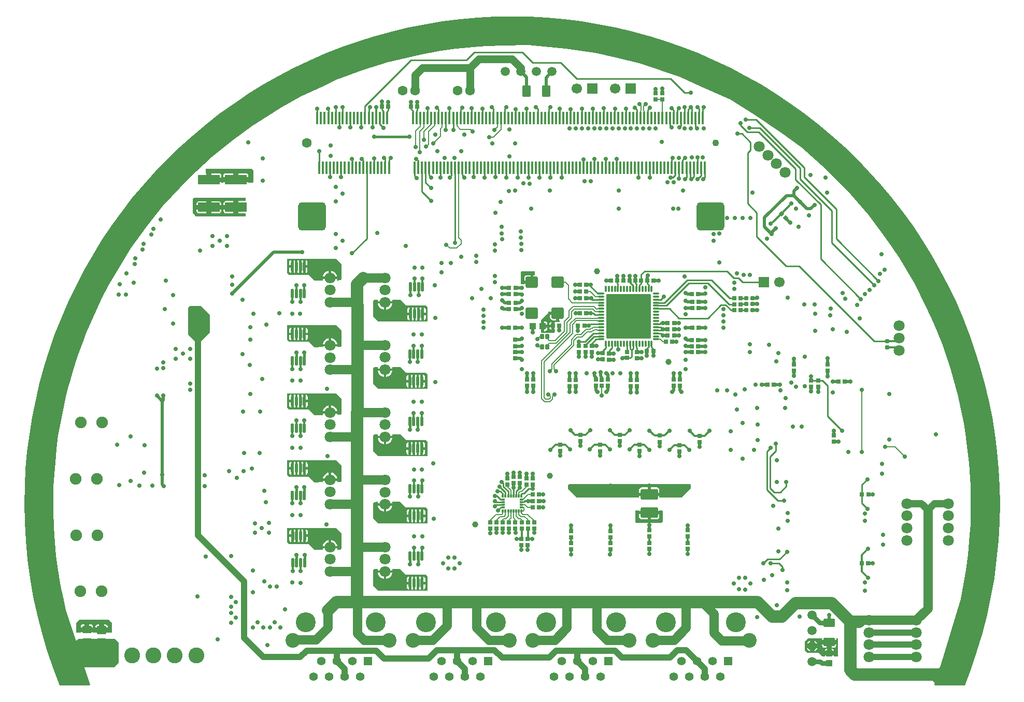
<source format=gbl>
G04*
G04 #@! TF.GenerationSoftware,Altium Limited,Altium Designer,22.7.1 (60)*
G04*
G04 Layer_Physical_Order=6*
G04 Layer_Color=16711680*
%FSLAX43Y43*%
%MOMM*%
G71*
G04*
G04 #@! TF.SameCoordinates,BF121B45-6408-4E43-B4A1-C448907F0F72*
G04*
G04*
G04 #@! TF.FilePolarity,Positive*
G04*
G01*
G75*
%ADD10C,0.200*%
%ADD11C,0.500*%
%ADD14C,0.400*%
%ADD15C,0.250*%
%ADD20C,0.300*%
%ADD71C,1.700*%
%ADD74C,1.600*%
%ADD75C,1.800*%
%ADD79C,1.900*%
G04:AMPARAMS|DCode=83|XSize=0.65mm|YSize=0.7mm|CornerRadius=0.081mm|HoleSize=0mm|Usage=FLASHONLY|Rotation=180.000|XOffset=0mm|YOffset=0mm|HoleType=Round|Shape=RoundedRectangle|*
%AMROUNDEDRECTD83*
21,1,0.650,0.538,0,0,180.0*
21,1,0.488,0.700,0,0,180.0*
1,1,0.163,-0.244,0.269*
1,1,0.163,0.244,0.269*
1,1,0.163,0.244,-0.269*
1,1,0.163,-0.244,-0.269*
%
%ADD83ROUNDEDRECTD83*%
G04:AMPARAMS|DCode=84|XSize=0.65mm|YSize=0.7mm|CornerRadius=0.081mm|HoleSize=0mm|Usage=FLASHONLY|Rotation=90.000|XOffset=0mm|YOffset=0mm|HoleType=Round|Shape=RoundedRectangle|*
%AMROUNDEDRECTD84*
21,1,0.650,0.538,0,0,90.0*
21,1,0.488,0.700,0,0,90.0*
1,1,0.163,0.269,0.244*
1,1,0.163,0.269,-0.244*
1,1,0.163,-0.269,-0.244*
1,1,0.163,-0.269,0.244*
%
%ADD84ROUNDEDRECTD84*%
G04:AMPARAMS|DCode=88|XSize=1.1mm|YSize=1.1mm|CornerRadius=0.138mm|HoleSize=0mm|Usage=FLASHONLY|Rotation=90.000|XOffset=0mm|YOffset=0mm|HoleType=Round|Shape=RoundedRectangle|*
%AMROUNDEDRECTD88*
21,1,1.100,0.825,0,0,90.0*
21,1,0.825,1.100,0,0,90.0*
1,1,0.275,0.413,0.413*
1,1,0.275,0.413,-0.413*
1,1,0.275,-0.413,-0.413*
1,1,0.275,-0.413,0.413*
%
%ADD88ROUNDEDRECTD88*%
G04:AMPARAMS|DCode=91|XSize=1.1mm|YSize=1.1mm|CornerRadius=0.138mm|HoleSize=0mm|Usage=FLASHONLY|Rotation=0.000|XOffset=0mm|YOffset=0mm|HoleType=Round|Shape=RoundedRectangle|*
%AMROUNDEDRECTD91*
21,1,1.100,0.825,0,0,0.0*
21,1,0.825,1.100,0,0,0.0*
1,1,0.275,0.413,-0.413*
1,1,0.275,-0.413,-0.413*
1,1,0.275,-0.413,0.413*
1,1,0.275,0.413,0.413*
%
%ADD91ROUNDEDRECTD91*%
G04:AMPARAMS|DCode=96|XSize=1.35mm|YSize=1.55mm|CornerRadius=0.169mm|HoleSize=0mm|Usage=FLASHONLY|Rotation=270.000|XOffset=0mm|YOffset=0mm|HoleType=Round|Shape=RoundedRectangle|*
%AMROUNDEDRECTD96*
21,1,1.350,1.212,0,0,270.0*
21,1,1.013,1.550,0,0,270.0*
1,1,0.338,-0.606,-0.506*
1,1,0.338,-0.606,0.506*
1,1,0.338,0.606,0.506*
1,1,0.338,0.606,-0.506*
%
%ADD96ROUNDEDRECTD96*%
G04:AMPARAMS|DCode=97|XSize=1.6mm|YSize=3.6mm|CornerRadius=0.2mm|HoleSize=0mm|Usage=FLASHONLY|Rotation=270.000|XOffset=0mm|YOffset=0mm|HoleType=Round|Shape=RoundedRectangle|*
%AMROUNDEDRECTD97*
21,1,1.600,3.200,0,0,270.0*
21,1,1.200,3.600,0,0,270.0*
1,1,0.400,-1.600,-0.600*
1,1,0.400,-1.600,0.600*
1,1,0.400,1.600,0.600*
1,1,0.400,1.600,-0.600*
%
%ADD97ROUNDEDRECTD97*%
G04:AMPARAMS|DCode=103|XSize=1.7mm|YSize=2.8mm|CornerRadius=0.213mm|HoleSize=0mm|Usage=FLASHONLY|Rotation=90.000|XOffset=0mm|YOffset=0mm|HoleType=Round|Shape=RoundedRectangle|*
%AMROUNDEDRECTD103*
21,1,1.700,2.375,0,0,90.0*
21,1,1.275,2.800,0,0,90.0*
1,1,0.425,1.188,0.638*
1,1,0.425,1.188,-0.638*
1,1,0.425,-1.188,-0.638*
1,1,0.425,-1.188,0.638*
%
%ADD103ROUNDEDRECTD103*%
G04:AMPARAMS|DCode=116|XSize=0.65mm|YSize=0.7mm|CornerRadius=0.081mm|HoleSize=0mm|Usage=FLASHONLY|Rotation=315.000|XOffset=0mm|YOffset=0mm|HoleType=Round|Shape=RoundedRectangle|*
%AMROUNDEDRECTD116*
21,1,0.650,0.538,0,0,315.0*
21,1,0.488,0.700,0,0,315.0*
1,1,0.163,-0.018,-0.362*
1,1,0.163,-0.362,-0.018*
1,1,0.163,0.018,0.362*
1,1,0.163,0.362,0.018*
%
%ADD116ROUNDEDRECTD116*%
%ADD118C,1.000*%
G04:AMPARAMS|DCode=122|XSize=0.45mm|YSize=1.5mm|CornerRadius=0.056mm|HoleSize=0mm|Usage=FLASHONLY|Rotation=180.000|XOffset=0mm|YOffset=0mm|HoleType=Round|Shape=RoundedRectangle|*
%AMROUNDEDRECTD122*
21,1,0.450,1.388,0,0,180.0*
21,1,0.338,1.500,0,0,180.0*
1,1,0.113,-0.169,0.694*
1,1,0.113,0.169,0.694*
1,1,0.113,0.169,-0.694*
1,1,0.113,-0.169,-0.694*
%
%ADD122ROUNDEDRECTD122*%
G04:AMPARAMS|DCode=123|XSize=1.8mm|YSize=2mm|CornerRadius=0.225mm|HoleSize=0mm|Usage=FLASHONLY|Rotation=90.000|XOffset=0mm|YOffset=0mm|HoleType=Round|Shape=RoundedRectangle|*
%AMROUNDEDRECTD123*
21,1,1.800,1.550,0,0,90.0*
21,1,1.350,2.000,0,0,90.0*
1,1,0.450,0.775,0.675*
1,1,0.450,0.775,-0.675*
1,1,0.450,-0.775,-0.675*
1,1,0.450,-0.775,0.675*
%
%ADD123ROUNDEDRECTD123*%
G04:AMPARAMS|DCode=127|XSize=1.35mm|YSize=1.9mm|CornerRadius=0.169mm|HoleSize=0mm|Usage=FLASHONLY|Rotation=0.000|XOffset=0mm|YOffset=0mm|HoleType=Round|Shape=RoundedRectangle|*
%AMROUNDEDRECTD127*
21,1,1.350,1.563,0,0,0.0*
21,1,1.013,1.900,0,0,0.0*
1,1,0.338,0.506,-0.781*
1,1,0.338,-0.506,-0.781*
1,1,0.338,-0.506,0.781*
1,1,0.338,0.506,0.781*
%
%ADD127ROUNDEDRECTD127*%
%ADD129C,1.000*%
%ADD131C,0.350*%
%ADD132C,2.000*%
%ADD133C,1.408*%
%ADD134R,1.408X1.408*%
%ADD135C,4.000*%
%ADD136C,1.500*%
%ADD137R,1.700X1.700*%
%ADD138C,2.400*%
%ADD139C,3.250*%
%ADD140C,2.600*%
%ADD141C,1.100*%
%ADD142C,0.700*%
%ADD143C,1.500*%
G04:AMPARAMS|DCode=145|XSize=0.95mm|YSize=0.3mm|CornerRadius=0.038mm|HoleSize=0mm|Usage=FLASHONLY|Rotation=0.000|XOffset=0mm|YOffset=0mm|HoleType=Round|Shape=RoundedRectangle|*
%AMROUNDEDRECTD145*
21,1,0.950,0.225,0,0,0.0*
21,1,0.875,0.300,0,0,0.0*
1,1,0.075,0.438,-0.113*
1,1,0.075,-0.438,-0.113*
1,1,0.075,-0.438,0.113*
1,1,0.075,0.438,0.113*
%
%ADD145ROUNDEDRECTD145*%
G04:AMPARAMS|DCode=146|XSize=0.53mm|YSize=0.28mm|CornerRadius=0.035mm|HoleSize=0mm|Usage=FLASHONLY|Rotation=90.000|XOffset=0mm|YOffset=0mm|HoleType=Round|Shape=RoundedRectangle|*
%AMROUNDEDRECTD146*
21,1,0.530,0.210,0,0,90.0*
21,1,0.460,0.280,0,0,90.0*
1,1,0.070,0.105,0.230*
1,1,0.070,0.105,-0.230*
1,1,0.070,-0.105,-0.230*
1,1,0.070,-0.105,0.230*
%
%ADD146ROUNDEDRECTD146*%
G04:AMPARAMS|DCode=147|XSize=0.53mm|YSize=0.28mm|CornerRadius=0.035mm|HoleSize=0mm|Usage=FLASHONLY|Rotation=0.000|XOffset=0mm|YOffset=0mm|HoleType=Round|Shape=RoundedRectangle|*
%AMROUNDEDRECTD147*
21,1,0.530,0.210,0,0,0.0*
21,1,0.460,0.280,0,0,0.0*
1,1,0.070,0.230,-0.105*
1,1,0.070,-0.230,-0.105*
1,1,0.070,-0.230,0.105*
1,1,0.070,0.230,0.105*
%
%ADD147ROUNDEDRECTD147*%
G04:AMPARAMS|DCode=148|XSize=1.5mm|YSize=1.25mm|CornerRadius=0.156mm|HoleSize=0mm|Usage=FLASHONLY|Rotation=180.000|XOffset=0mm|YOffset=0mm|HoleType=Round|Shape=RoundedRectangle|*
%AMROUNDEDRECTD148*
21,1,1.500,0.938,0,0,180.0*
21,1,1.188,1.250,0,0,180.0*
1,1,0.313,-0.594,0.469*
1,1,0.313,0.594,0.469*
1,1,0.313,0.594,-0.469*
1,1,0.313,-0.594,-0.469*
%
%ADD148ROUNDEDRECTD148*%
G04:AMPARAMS|DCode=149|XSize=1.35mm|YSize=1.9mm|CornerRadius=0.169mm|HoleSize=0mm|Usage=FLASHONLY|Rotation=270.000|XOffset=0mm|YOffset=0mm|HoleType=Round|Shape=RoundedRectangle|*
%AMROUNDEDRECTD149*
21,1,1.350,1.563,0,0,270.0*
21,1,1.013,1.900,0,0,270.0*
1,1,0.338,-0.781,-0.506*
1,1,0.338,-0.781,0.506*
1,1,0.338,0.781,0.506*
1,1,0.338,0.781,-0.506*
%
%ADD149ROUNDEDRECTD149*%
G04:AMPARAMS|DCode=150|XSize=7.3mm|YSize=7.3mm|CornerRadius=0.183mm|HoleSize=0mm|Usage=FLASHONLY|Rotation=270.000|XOffset=0mm|YOffset=0mm|HoleType=Round|Shape=RoundedRectangle|*
%AMROUNDEDRECTD150*
21,1,7.300,6.935,0,0,270.0*
21,1,6.935,7.300,0,0,270.0*
1,1,0.365,-3.468,-3.468*
1,1,0.365,-3.468,3.468*
1,1,0.365,3.468,3.468*
1,1,0.365,3.468,-3.468*
%
%ADD150ROUNDEDRECTD150*%
G04:AMPARAMS|DCode=151|XSize=0.95mm|YSize=0.3mm|CornerRadius=0.038mm|HoleSize=0mm|Usage=FLASHONLY|Rotation=90.000|XOffset=0mm|YOffset=0mm|HoleType=Round|Shape=RoundedRectangle|*
%AMROUNDEDRECTD151*
21,1,0.950,0.225,0,0,90.0*
21,1,0.875,0.300,0,0,90.0*
1,1,0.075,0.113,0.438*
1,1,0.075,0.113,-0.438*
1,1,0.075,-0.113,-0.438*
1,1,0.075,-0.113,0.438*
%
%ADD151ROUNDEDRECTD151*%
G04:AMPARAMS|DCode=152|XSize=0.61mm|YSize=0.6mm|CornerRadius=0.075mm|HoleSize=0mm|Usage=FLASHONLY|Rotation=270.000|XOffset=0mm|YOffset=0mm|HoleType=Round|Shape=RoundedRectangle|*
%AMROUNDEDRECTD152*
21,1,0.610,0.450,0,0,270.0*
21,1,0.460,0.600,0,0,270.0*
1,1,0.150,-0.225,-0.230*
1,1,0.150,-0.225,0.230*
1,1,0.150,0.225,0.230*
1,1,0.150,0.225,-0.230*
%
%ADD152ROUNDEDRECTD152*%
G04:AMPARAMS|DCode=153|XSize=2mm|YSize=0.35mm|CornerRadius=0.044mm|HoleSize=0mm|Usage=FLASHONLY|Rotation=270.000|XOffset=0mm|YOffset=0mm|HoleType=Round|Shape=RoundedRectangle|*
%AMROUNDEDRECTD153*
21,1,2.000,0.263,0,0,270.0*
21,1,1.913,0.350,0,0,270.0*
1,1,0.088,-0.131,-0.956*
1,1,0.088,-0.131,0.956*
1,1,0.088,0.131,0.956*
1,1,0.088,0.131,-0.956*
%
%ADD153ROUNDEDRECTD153*%
G04:AMPARAMS|DCode=154|XSize=4.6mm|YSize=4.5mm|CornerRadius=0.563mm|HoleSize=0mm|Usage=FLASHONLY|Rotation=270.000|XOffset=0mm|YOffset=0mm|HoleType=Round|Shape=RoundedRectangle|*
%AMROUNDEDRECTD154*
21,1,4.600,3.375,0,0,270.0*
21,1,3.475,4.500,0,0,270.0*
1,1,1.125,-1.688,-1.738*
1,1,1.125,-1.688,1.738*
1,1,1.125,1.688,1.738*
1,1,1.125,1.688,-1.738*
%
%ADD154ROUNDEDRECTD154*%
G04:AMPARAMS|DCode=155|XSize=0.65mm|YSize=0.65mm|CornerRadius=0.081mm|HoleSize=0mm|Usage=FLASHONLY|Rotation=0.000|XOffset=0mm|YOffset=0mm|HoleType=Round|Shape=RoundedRectangle|*
%AMROUNDEDRECTD155*
21,1,0.650,0.488,0,0,0.0*
21,1,0.488,0.650,0,0,0.0*
1,1,0.163,0.244,-0.244*
1,1,0.163,-0.244,-0.244*
1,1,0.163,-0.244,0.244*
1,1,0.163,0.244,0.244*
%
%ADD155ROUNDEDRECTD155*%
G04:AMPARAMS|DCode=156|XSize=0.8mm|YSize=0.6mm|CornerRadius=0.075mm|HoleSize=0mm|Usage=FLASHONLY|Rotation=270.000|XOffset=0mm|YOffset=0mm|HoleType=Round|Shape=RoundedRectangle|*
%AMROUNDEDRECTD156*
21,1,0.800,0.450,0,0,270.0*
21,1,0.650,0.600,0,0,270.0*
1,1,0.150,-0.225,-0.325*
1,1,0.150,-0.225,0.325*
1,1,0.150,0.225,0.325*
1,1,0.150,0.225,-0.325*
%
%ADD156ROUNDEDRECTD156*%
%ADD157C,1.200*%
%ADD158C,0.800*%
%ADD159C,1.300*%
G36*
X37770Y84450D02*
Y82622D01*
X37598Y82450D01*
X36966D01*
Y82542D01*
X34907D01*
X32849D01*
Y82450D01*
X32559D01*
Y82525D01*
X30500D01*
Y82925D01*
X30100D01*
Y83984D01*
X29950D01*
Y84746D01*
X37475D01*
X37770Y84450D01*
D02*
G37*
G36*
X36475Y79450D02*
X35307D01*
Y78442D01*
Y77434D01*
X36475D01*
Y77125D01*
Y76909D01*
X32516D01*
X28416Y76909D01*
X28200Y77125D01*
X27825Y77500D01*
Y79800D01*
X28050Y80025D01*
X36475D01*
Y79450D01*
D02*
G37*
G36*
X52184Y69182D02*
Y66657D01*
X52009Y66482D01*
X51480Y66479D01*
X51420Y66559D01*
X51445Y66640D01*
X51448Y66675D01*
X50262D01*
X49076D01*
X49079Y66640D01*
X49108Y66545D01*
X49049Y66464D01*
X47762Y66457D01*
X46837Y67382D01*
X43612D01*
X43299Y67694D01*
Y70032D01*
X51337Y70032D01*
X52184Y69182D01*
D02*
G37*
G36*
X83653Y67978D02*
X83706Y67925D01*
Y67324D01*
X83530D01*
Y66165D01*
X83280D01*
Y65915D01*
X82021D01*
Y65825D01*
X81437D01*
X81425Y65837D01*
X81425Y67875D01*
X81528Y67978D01*
X83653Y67978D01*
D02*
G37*
G36*
X62710Y62368D02*
X65935D01*
X66247Y62056D01*
Y59718D01*
X58210Y59718D01*
X57363Y60568D01*
X57363Y63093D01*
X57538Y63268D01*
X58067Y63271D01*
X58127Y63191D01*
X58102Y63110D01*
X58099Y63075D01*
X59285D01*
X60471D01*
X60468Y63110D01*
X60439Y63205D01*
X60498Y63286D01*
X61785Y63293D01*
X62710Y62368D01*
D02*
G37*
G36*
X86221Y61335D02*
X87480D01*
Y61085D01*
X87730D01*
Y59926D01*
X87775D01*
Y59650D01*
X87068D01*
X87034Y59616D01*
X86925Y59638D01*
Y59032D01*
Y58425D01*
X87000Y58363D01*
Y57850D01*
X84745D01*
Y58167D01*
X84750D01*
Y58975D01*
Y59783D01*
X84745D01*
Y60000D01*
X85910Y61165D01*
X85910Y61329D01*
X85981Y61400D01*
X86221D01*
Y61335D01*
D02*
G37*
G36*
X30625Y60850D02*
X30625Y57975D01*
X29188Y56537D01*
X28181D01*
X27125Y57593D01*
X27125Y58725D01*
Y62025D01*
X27425Y62325D01*
X29150D01*
X30625Y60850D01*
D02*
G37*
G36*
X52202Y58282D02*
Y55757D01*
X52027Y55582D01*
X51549Y55579D01*
X51493Y55649D01*
X50280D01*
X49081D01*
X49019Y55564D01*
X47780Y55557D01*
X46855Y56482D01*
X43630D01*
X43318Y56794D01*
Y59132D01*
X51355Y59132D01*
X52202Y58282D01*
D02*
G37*
G36*
X62705Y51367D02*
X65930D01*
X66243Y51055D01*
Y48717D01*
X58205Y48717D01*
X57358Y49567D01*
X57358Y52092D01*
X57533Y52267D01*
X58062Y52270D01*
X58122Y52190D01*
X58098Y52109D01*
X58094Y52074D01*
X59280D01*
X60466D01*
X60463Y52109D01*
X60434Y52204D01*
X60493Y52285D01*
X61780Y52292D01*
X62705Y51367D01*
D02*
G37*
G36*
X52202Y47174D02*
Y44649D01*
X52028Y44474D01*
X51498Y44471D01*
X51438Y44551D01*
X51463Y44632D01*
X51466Y44667D01*
X50280D01*
X49094D01*
X49098Y44632D01*
X49126Y44537D01*
X49067Y44457D01*
X47780Y44449D01*
X46855Y45374D01*
X43630D01*
X43318Y45686D01*
Y48024D01*
X51356Y48024D01*
X52202Y47174D01*
D02*
G37*
G36*
X62706Y40361D02*
X65931D01*
X66244Y40048D01*
Y37711D01*
X58206Y37711D01*
X57359Y38561D01*
X57359Y41086D01*
X57534Y41261D01*
X58063Y41264D01*
X58123Y41184D01*
X58099Y41103D01*
X58095Y41067D01*
X59281D01*
X60467D01*
X60464Y41103D01*
X60435Y41198D01*
X60494Y41278D01*
X61781Y41286D01*
X62706Y40361D01*
D02*
G37*
G36*
X52197Y36182D02*
Y33657D01*
X52022Y33482D01*
X51493Y33479D01*
X51433Y33559D01*
X51458Y33640D01*
X51461Y33675D01*
X50275D01*
X49089D01*
X49092Y33640D01*
X49121Y33545D01*
X49062Y33464D01*
X47775Y33457D01*
X46850Y34382D01*
X43625D01*
X43312Y34694D01*
Y37032D01*
X51350Y37032D01*
X52197Y36182D01*
D02*
G37*
G36*
X109225Y33050D02*
Y32513D01*
X107712Y31000D01*
X104079D01*
Y31260D01*
X102420D01*
X100761D01*
Y31000D01*
X90575D01*
X89200Y32375D01*
Y33000D01*
X89400Y33200D01*
X100115D01*
X104875Y33200D01*
X109075D01*
X109225Y33050D01*
D02*
G37*
G36*
X62700Y29343D02*
X65925D01*
X66238Y29031D01*
Y26693D01*
X58200Y26693D01*
X57353Y27543D01*
X57353Y30068D01*
X57528Y30243D01*
X58057Y30246D01*
X58117Y30166D01*
X58092Y30085D01*
X58089Y30050D01*
X59275D01*
X60461D01*
X60458Y30085D01*
X60429Y30180D01*
X60488Y30261D01*
X61775Y30268D01*
X62700Y29343D01*
D02*
G37*
G36*
X104639Y28761D02*
X104639Y27039D01*
X104450Y26850D01*
X100285D01*
X100135Y27000D01*
X100140Y28825D01*
X100761D01*
Y28760D01*
X102420D01*
X104079D01*
Y28825D01*
X104575D01*
X104639Y28761D01*
D02*
G37*
G36*
X52190Y25153D02*
Y22628D01*
X52016Y22454D01*
X51486Y22450D01*
X51427Y22531D01*
X51451Y22611D01*
X51455Y22647D01*
X50268D01*
X49082D01*
X49086Y22611D01*
X49115Y22516D01*
X49055Y22436D01*
X47768Y22428D01*
X46843Y23353D01*
X43618D01*
X43306Y23666D01*
Y26004D01*
X51344Y26004D01*
X52190Y25153D01*
D02*
G37*
G36*
X62700Y18340D02*
X65925D01*
X66238Y18028D01*
Y15690D01*
X58200Y15690D01*
X57353Y16540D01*
X57353Y19065D01*
X57528Y19240D01*
X58057Y19243D01*
X58117Y19163D01*
X58092Y19082D01*
X58089Y19047D01*
X59275D01*
X60461D01*
X60458Y19082D01*
X60429Y19177D01*
X60488Y19258D01*
X61775Y19265D01*
X62700Y18340D01*
D02*
G37*
G36*
X14625Y10500D02*
Y8875D01*
X14382D01*
Y8875D01*
X12950D01*
X11917D01*
Y8875D01*
X11561D01*
Y8933D01*
X10553D01*
X9545D01*
Y8875D01*
X8850D01*
Y10500D01*
X9325Y10975D01*
X14150D01*
X14625Y10500D01*
D02*
G37*
G36*
X133250Y5000D02*
X132614D01*
X132632Y5088D01*
Y5100D01*
X131875D01*
X131118D01*
Y5088D01*
X131136Y5000D01*
X130725D01*
X130150Y5575D01*
X128282Y5575D01*
X127875Y5982D01*
Y7450D01*
X128400Y7975D01*
X130713D01*
X130696Y7950D01*
X130668Y7806D01*
Y7700D01*
X131825D01*
X132982D01*
Y7806D01*
X132954Y7950D01*
X132937Y7975D01*
X133250D01*
Y5000D01*
D02*
G37*
G36*
X82895Y109593D02*
X85735Y109441D01*
X88569Y109187D01*
X91392Y108833D01*
X94200Y108378D01*
X96990Y107823D01*
X99759Y107168D01*
X102502Y106416D01*
X105217Y105566D01*
X107900Y104619D01*
X110548Y103578D01*
X113156Y102442D01*
X115722Y101214D01*
X118243Y99896D01*
X120715Y98488D01*
X123136Y96993D01*
X125501Y95412D01*
X127809Y93748D01*
X130056Y92003D01*
X132239Y90179D01*
X134355Y88278D01*
X136402Y86302D01*
X138378Y84255D01*
X140279Y82138D01*
X142103Y79955D01*
X143848Y77709D01*
X145512Y75401D01*
X147093Y73036D01*
X148588Y70615D01*
X149996Y68143D01*
X151314Y65622D01*
X152542Y63056D01*
X153678Y60447D01*
X154719Y57800D01*
X155666Y55117D01*
X156516Y52402D01*
X157269Y49659D01*
X157923Y46890D01*
X158478Y44100D01*
X158933Y41292D01*
X159287Y38469D01*
X159541Y35635D01*
X159693Y32794D01*
X159744Y29950D01*
X159685Y26887D01*
X159509Y23829D01*
X159215Y20780D01*
X158804Y17744D01*
X158277Y14727D01*
X157634Y11732D01*
X156876Y8764D01*
X156005Y5827D01*
X155022Y2926D01*
X154001Y256D01*
X149179D01*
X149060Y417D01*
X149130Y644D01*
X148725Y1050D01*
X148500D01*
Y3050D01*
X149741D01*
X149924Y3233D01*
X153340Y14365D01*
X154225Y19100D01*
X154550Y21650D01*
X154800Y24900D01*
X154931Y26599D01*
X154979Y27399D01*
X154979Y30025D01*
X154914Y32925D01*
X154700Y36525D01*
X154306Y39965D01*
X154140Y41405D01*
X153825Y43050D01*
X152825Y47825D01*
X152275Y49925D01*
X151538Y52412D01*
X150300Y56100D01*
X148917Y59441D01*
X147775Y61975D01*
X145776Y65950D01*
X143347Y70100D01*
X142124Y71961D01*
X140625Y74000D01*
X138218Y77275D01*
X134850Y81100D01*
X131317Y84633D01*
X127332Y88161D01*
X123975Y90650D01*
X119530Y93650D01*
X115663Y96063D01*
X110800Y98225D01*
X107546Y99672D01*
X101107Y101920D01*
X96944Y102935D01*
X93591Y103708D01*
X88770Y104403D01*
X82741Y104975D01*
X78425Y104875D01*
X75950Y104773D01*
X74568Y104675D01*
X72825Y104551D01*
X70875Y104350D01*
X68425Y104000D01*
X65269Y103461D01*
X59750Y102150D01*
X55750Y100875D01*
X51350Y99254D01*
X49125Y98225D01*
X45604Y96596D01*
X42284Y94713D01*
X37575Y91775D01*
X34425Y89426D01*
X30987Y86672D01*
X27216Y83115D01*
X22983Y78668D01*
X20499Y75500D01*
X17700Y71650D01*
X15325Y67750D01*
X14100Y65625D01*
X12975Y63500D01*
X10339Y57596D01*
X10059Y56822D01*
X9742Y55943D01*
X9004Y53900D01*
X8322Y51701D01*
X7964Y50546D01*
X7775Y49825D01*
X7493Y48857D01*
X7250Y47825D01*
X6750Y45700D01*
X5875Y41125D01*
X5600Y38800D01*
X5400Y36750D01*
X5250Y34775D01*
X5124Y32725D01*
X5110Y31978D01*
X5052Y28850D01*
X5166Y26051D01*
X5361Y23600D01*
X5532Y21451D01*
X5875Y19100D01*
X6255Y16495D01*
X6750Y14250D01*
X7125Y12550D01*
X8777Y7502D01*
X9125Y7850D01*
X15172D01*
X15729Y7293D01*
Y3929D01*
X15000Y3200D01*
X10185D01*
X11096Y418D01*
X10978Y256D01*
X6099D01*
X5078Y2926D01*
X4095Y5827D01*
X3224Y8764D01*
X2466Y11732D01*
X1823Y14727D01*
X1296Y17744D01*
X885Y20780D01*
X591Y23829D01*
X415Y26887D01*
X356Y29950D01*
X407Y32794D01*
X559Y35635D01*
X813Y38469D01*
X1167Y41292D01*
X1622Y44100D01*
X2177Y46890D01*
X2831Y49659D01*
X3584Y52402D01*
X4434Y55117D01*
X5381Y57800D01*
X6422Y60448D01*
X7558Y63056D01*
X8786Y65622D01*
X10104Y68143D01*
X11512Y70615D01*
X13007Y73036D01*
X14588Y75401D01*
X16252Y77709D01*
X17997Y79956D01*
X19821Y82138D01*
X21722Y84255D01*
X23698Y86302D01*
X25745Y88278D01*
X27861Y90179D01*
X30044Y92003D01*
X32291Y93748D01*
X34599Y95412D01*
X36964Y96993D01*
X39385Y98488D01*
X41857Y99896D01*
X44378Y101214D01*
X46944Y102442D01*
X49552Y103578D01*
X52200Y104619D01*
X54883Y105566D01*
X57598Y106416D01*
X60341Y107168D01*
X63110Y107823D01*
X65900Y108378D01*
X68708Y108833D01*
X71531Y109187D01*
X74365Y109441D01*
X77206Y109593D01*
X80050Y109644D01*
X82895Y109593D01*
D02*
G37*
%LPC*%
G36*
X36507Y84001D02*
X35307D01*
Y83342D01*
X36966D01*
Y83542D01*
X36931Y83717D01*
X36832Y83866D01*
X36683Y83966D01*
X36507Y84001D01*
D02*
G37*
G36*
X34507D02*
X33307D01*
X33132Y83966D01*
X32983Y83866D01*
X32883Y83717D01*
X32849Y83542D01*
Y83342D01*
X34507D01*
Y84001D01*
D02*
G37*
G36*
X32100Y83984D02*
X30900D01*
Y83325D01*
X32559D01*
Y83525D01*
X32524Y83701D01*
X32424Y83849D01*
X32276Y83949D01*
X32100Y83984D01*
D02*
G37*
G36*
X34507Y79450D02*
X33307D01*
X33151Y79419D01*
X33019Y79330D01*
X32931Y79198D01*
X32900Y79042D01*
Y78842D01*
X34507D01*
Y79450D01*
D02*
G37*
G36*
X32100Y79433D02*
X30900D01*
Y78825D01*
X32508D01*
Y79025D01*
X32477Y79181D01*
X32388Y79313D01*
X32256Y79402D01*
X32100Y79433D01*
D02*
G37*
G36*
X30100D02*
X28900D01*
X28744Y79402D01*
X28612Y79313D01*
X28523Y79181D01*
X28492Y79025D01*
Y78825D01*
X30100D01*
Y79433D01*
D02*
G37*
G36*
X34507Y78042D02*
X32900D01*
Y77842D01*
X32931Y77686D01*
X33019Y77554D01*
X33151Y77465D01*
X33307Y77434D01*
X34507D01*
Y78042D01*
D02*
G37*
G36*
X32508Y78025D02*
X30900D01*
Y77417D01*
X32100D01*
X32256Y77448D01*
X32388Y77537D01*
X32477Y77669D01*
X32508Y77825D01*
Y78025D01*
D02*
G37*
G36*
X30100D02*
X28492D01*
Y77825D01*
X28523Y77669D01*
X28612Y77537D01*
X28744Y77448D01*
X28900Y77417D01*
X30100D01*
Y78025D01*
D02*
G37*
G36*
X45237Y69801D02*
X45129Y69780D01*
X45112Y69768D01*
X45095Y69780D01*
X44987Y69801D01*
Y68750D01*
Y67700D01*
X45095Y67721D01*
X45112Y67732D01*
X45129Y67721D01*
X45237Y67700D01*
Y68750D01*
Y69801D01*
D02*
G37*
G36*
X44587Y69801D02*
X44479Y69780D01*
X44462Y69768D01*
X44445Y69780D01*
X44337Y69801D01*
Y68750D01*
Y67700D01*
X44445Y67721D01*
X44462Y67732D01*
X44479Y67721D01*
X44587Y67700D01*
Y68750D01*
Y69801D01*
D02*
G37*
G36*
X46287D02*
Y68950D01*
X46619D01*
Y69444D01*
X46591Y69583D01*
X46513Y69701D01*
X46395Y69780D01*
X46287Y69801D01*
D02*
G37*
G36*
X43937D02*
X43829Y69780D01*
X43711Y69701D01*
X43633Y69583D01*
X43605Y69444D01*
Y68950D01*
X43937D01*
Y69801D01*
D02*
G37*
G36*
X46619Y68550D02*
X46287D01*
Y67700D01*
X46395Y67721D01*
X46513Y67800D01*
X46591Y67918D01*
X46619Y68057D01*
Y68550D01*
D02*
G37*
G36*
X45637Y69801D02*
Y68750D01*
Y67700D01*
X45745Y67721D01*
X45762Y67732D01*
X45779Y67721D01*
X45887Y67700D01*
Y68750D01*
Y69801D01*
X45779Y69780D01*
X45762Y69768D01*
X45745Y69780D01*
X45637Y69801D01*
D02*
G37*
G36*
X43937Y68550D02*
X43605D01*
Y68057D01*
X43633Y67918D01*
X43711Y67800D01*
X43829Y67721D01*
X43937Y67700D01*
Y68550D01*
D02*
G37*
G36*
X50462Y68061D02*
Y67075D01*
X51448D01*
X51445Y67111D01*
X51376Y67337D01*
X51265Y67545D01*
X51115Y67728D01*
X50932Y67878D01*
X50723Y67989D01*
X50497Y68058D01*
X50462Y68061D01*
D02*
G37*
G36*
X50062Y68061D02*
X50027Y68058D01*
X49800Y67989D01*
X49592Y67878D01*
X49409Y67728D01*
X49259Y67545D01*
X49148Y67337D01*
X49079Y67111D01*
X49076Y67075D01*
X50062D01*
Y68061D01*
D02*
G37*
G36*
X83030Y67324D02*
X82505D01*
X82319Y67287D01*
X82162Y67182D01*
X82057Y67025D01*
X82021Y66840D01*
Y66415D01*
X83030D01*
Y67324D01*
D02*
G37*
G36*
X64560Y62050D02*
X64452Y62029D01*
X64435Y62018D01*
X64418Y62029D01*
X64310Y62050D01*
Y61000D01*
Y59949D01*
X64418Y59970D01*
X64435Y59982D01*
X64452Y59970D01*
X64560Y59949D01*
Y61000D01*
Y62050D01*
D02*
G37*
G36*
X63910Y62050D02*
X63802Y62029D01*
X63785Y62018D01*
X63768Y62029D01*
X63660Y62050D01*
Y61000D01*
Y59949D01*
X63768Y59970D01*
X63785Y59982D01*
X63802Y59970D01*
X63910Y59949D01*
Y61000D01*
Y62050D01*
D02*
G37*
G36*
X59085Y62675D02*
X58099D01*
X58102Y62639D01*
X58171Y62413D01*
X58282Y62205D01*
X58432Y62022D01*
X58615Y61872D01*
X58823Y61761D01*
X59050Y61692D01*
X59085Y61689D01*
Y62675D01*
D02*
G37*
G36*
X60471D02*
X59485D01*
Y61689D01*
X59520Y61692D01*
X59746Y61761D01*
X59955Y61872D01*
X60138Y62022D01*
X60288Y62205D01*
X60399Y62413D01*
X60468Y62639D01*
X60471Y62675D01*
D02*
G37*
G36*
X65610Y62050D02*
Y61200D01*
X65942D01*
Y61693D01*
X65914Y61832D01*
X65836Y61950D01*
X65718Y62029D01*
X65610Y62050D01*
D02*
G37*
G36*
X63260Y62050D02*
X63152Y62029D01*
X63034Y61950D01*
X62956Y61832D01*
X62928Y61693D01*
Y61200D01*
X63260D01*
Y62050D01*
D02*
G37*
G36*
X65942Y60800D02*
X65610D01*
Y59949D01*
X65718Y59970D01*
X65836Y60049D01*
X65914Y60167D01*
X65942Y60306D01*
Y60800D01*
D02*
G37*
G36*
X64960Y62050D02*
Y61000D01*
Y59949D01*
X65068Y59970D01*
X65085Y59982D01*
X65102Y59970D01*
X65210Y59949D01*
Y61000D01*
Y62050D01*
X65102Y62029D01*
X65085Y62018D01*
X65068Y62029D01*
X64960Y62050D01*
D02*
G37*
G36*
X63260Y60800D02*
X62928D01*
Y60306D01*
X62956Y60167D01*
X63034Y60049D01*
X63152Y59970D01*
X63260Y59949D01*
Y60800D01*
D02*
G37*
G36*
X87230Y60835D02*
X86221D01*
Y60410D01*
X86257Y60225D01*
X86362Y60068D01*
X86519Y59963D01*
X86705Y59926D01*
X87230D01*
Y60835D01*
D02*
G37*
G36*
X86425Y59638D02*
X86302Y59613D01*
X86192Y59540D01*
X86119Y59430D01*
X86094Y59301D01*
Y59282D01*
X86425D01*
Y59638D01*
D02*
G37*
G36*
X85412Y59783D02*
X85250D01*
Y59225D01*
X85808D01*
Y59388D01*
X85778Y59539D01*
X85692Y59667D01*
X85564Y59753D01*
X85412Y59783D01*
D02*
G37*
G36*
X86425Y58782D02*
X86094D01*
Y58764D01*
X86119Y58634D01*
X86192Y58525D01*
X86302Y58452D01*
X86425Y58427D01*
Y58782D01*
D02*
G37*
G36*
X85808Y58725D02*
X85250D01*
Y58167D01*
X85412D01*
X85564Y58197D01*
X85692Y58283D01*
X85778Y58411D01*
X85808Y58562D01*
Y58725D01*
D02*
G37*
G36*
X45255Y58775D02*
X45147Y58753D01*
X45130Y58742D01*
X45113Y58753D01*
X45005Y58775D01*
Y57724D01*
Y56673D01*
X45113Y56695D01*
X45130Y56706D01*
X45147Y56695D01*
X45255Y56673D01*
Y57724D01*
Y58775D01*
D02*
G37*
G36*
X44605D02*
X44497Y58753D01*
X44480Y58742D01*
X44463Y58753D01*
X44355Y58775D01*
Y57724D01*
Y56673D01*
X44463Y56695D01*
X44480Y56706D01*
X44497Y56695D01*
X44605Y56673D01*
Y57724D01*
Y58775D01*
D02*
G37*
G36*
X46305Y58775D02*
Y57924D01*
X46637D01*
Y58418D01*
X46610Y58557D01*
X46531Y58675D01*
X46413Y58753D01*
X46305Y58775D01*
D02*
G37*
G36*
X43955D02*
X43847Y58753D01*
X43730Y58675D01*
X43651Y58557D01*
X43623Y58418D01*
Y57924D01*
X43955D01*
Y58775D01*
D02*
G37*
G36*
X46637Y57524D02*
X46305D01*
Y56673D01*
X46413Y56695D01*
X46531Y56773D01*
X46610Y56891D01*
X46637Y57030D01*
Y57524D01*
D02*
G37*
G36*
X45655Y58775D02*
Y57724D01*
Y56673D01*
X45763Y56695D01*
X45780Y56706D01*
X45797Y56695D01*
X45905Y56673D01*
Y57724D01*
Y58775D01*
X45797Y58753D01*
X45780Y58742D01*
X45763Y58753D01*
X45655Y58775D01*
D02*
G37*
G36*
X43955Y57524D02*
X43623D01*
Y57030D01*
X43651Y56891D01*
X43730Y56773D01*
X43847Y56695D01*
X43955Y56673D01*
Y57524D01*
D02*
G37*
G36*
X50480Y57035D02*
Y56049D01*
X51466D01*
X51463Y56084D01*
X51394Y56310D01*
X51283Y56519D01*
X51133Y56702D01*
X50950Y56852D01*
X50742Y56963D01*
X50515Y57032D01*
X50480Y57035D01*
D02*
G37*
G36*
X50080Y57035D02*
X50045Y57032D01*
X49819Y56963D01*
X49610Y56852D01*
X49428Y56702D01*
X49278Y56519D01*
X49166Y56310D01*
X49098Y56084D01*
X49094Y56049D01*
X50080D01*
Y57035D01*
D02*
G37*
G36*
X63755Y51050D02*
X63647Y51028D01*
X63630Y51017D01*
X63613Y51028D01*
X63505Y51050D01*
Y49999D01*
Y48948D01*
X63613Y48970D01*
X63630Y48981D01*
X63647Y48970D01*
X63755Y48948D01*
Y49999D01*
Y51050D01*
D02*
G37*
G36*
X59080Y51674D02*
X58094D01*
X58098Y51639D01*
X58166Y51412D01*
X58278Y51204D01*
X58428Y51021D01*
X58610Y50871D01*
X58819Y50760D01*
X59045Y50691D01*
X59080Y50688D01*
Y51674D01*
D02*
G37*
G36*
X60466D02*
X59480D01*
Y50688D01*
X59515Y50691D01*
X59742Y50760D01*
X59950Y50871D01*
X60133Y51021D01*
X60283Y51204D01*
X60394Y51412D01*
X60463Y51639D01*
X60466Y51674D01*
D02*
G37*
G36*
X65455Y51050D02*
Y50199D01*
X65787D01*
Y50693D01*
X65760Y50832D01*
X65681Y50950D01*
X65563Y51028D01*
X65455Y51050D01*
D02*
G37*
G36*
X63105D02*
X62997Y51028D01*
X62880Y50950D01*
X62801Y50832D01*
X62773Y50693D01*
Y50199D01*
X63105D01*
Y51050D01*
D02*
G37*
G36*
X64155D02*
Y49999D01*
Y48948D01*
X64263Y48970D01*
X64280Y48981D01*
X64297Y48970D01*
X64405Y48948D01*
Y49999D01*
Y51050D01*
X64297Y51028D01*
X64280Y51017D01*
X64263Y51028D01*
X64155Y51050D01*
D02*
G37*
G36*
X65787Y49799D02*
X65455D01*
Y48948D01*
X65563Y48970D01*
X65681Y49048D01*
X65760Y49166D01*
X65787Y49305D01*
Y49799D01*
D02*
G37*
G36*
X64805Y51050D02*
Y49999D01*
Y48948D01*
X64913Y48970D01*
X64930Y48981D01*
X64947Y48970D01*
X65055Y48948D01*
Y49999D01*
Y51050D01*
X64947Y51028D01*
X64930Y51017D01*
X64913Y51028D01*
X64805Y51050D01*
D02*
G37*
G36*
X63105Y49799D02*
X62773D01*
Y49305D01*
X62801Y49166D01*
X62880Y49048D01*
X62997Y48970D01*
X63105Y48948D01*
Y49799D01*
D02*
G37*
G36*
X44605Y47800D02*
X44497Y47778D01*
X44480Y47767D01*
X44463Y47778D01*
X44355Y47800D01*
Y46749D01*
Y45698D01*
X44463Y45720D01*
X44480Y45731D01*
X44497Y45720D01*
X44605Y45698D01*
Y46749D01*
Y47800D01*
D02*
G37*
G36*
X45905Y47800D02*
X45797Y47778D01*
X45780Y47767D01*
X45763Y47778D01*
X45655Y47800D01*
Y46749D01*
Y45698D01*
X45763Y45720D01*
X45780Y45731D01*
X45797Y45720D01*
X45905Y45698D01*
Y46749D01*
Y47800D01*
D02*
G37*
G36*
X46305D02*
Y46949D01*
X46637D01*
Y47443D01*
X46610Y47582D01*
X46531Y47700D01*
X46413Y47778D01*
X46305Y47800D01*
D02*
G37*
G36*
X43955D02*
X43847Y47778D01*
X43730Y47700D01*
X43651Y47582D01*
X43623Y47443D01*
Y46949D01*
X43955D01*
Y47800D01*
D02*
G37*
G36*
X46637Y46549D02*
X46305D01*
Y45698D01*
X46413Y45720D01*
X46531Y45798D01*
X46610Y45916D01*
X46637Y46055D01*
Y46549D01*
D02*
G37*
G36*
X43955D02*
X43623D01*
Y46055D01*
X43651Y45916D01*
X43730Y45798D01*
X43847Y45720D01*
X43955Y45698D01*
Y46549D01*
D02*
G37*
G36*
X45005Y47800D02*
Y46749D01*
Y45698D01*
X45113Y45720D01*
X45130Y45731D01*
X45147Y45720D01*
X45255Y45698D01*
Y46749D01*
Y47800D01*
X45147Y47778D01*
X45130Y47767D01*
X45113Y47778D01*
X45005Y47800D01*
D02*
G37*
G36*
X50480Y46054D02*
Y45067D01*
X51466D01*
X51463Y45103D01*
X51394Y45329D01*
X51283Y45537D01*
X51133Y45720D01*
X50950Y45870D01*
X50742Y45981D01*
X50515Y46050D01*
X50480Y46054D01*
D02*
G37*
G36*
X50080Y46054D02*
X50045Y46050D01*
X49819Y45981D01*
X49610Y45870D01*
X49428Y45720D01*
X49278Y45537D01*
X49166Y45329D01*
X49098Y45103D01*
X49094Y45067D01*
X50080D01*
Y46054D01*
D02*
G37*
G36*
X63770Y40043D02*
X63662Y40021D01*
X63645Y40010D01*
X63627Y40021D01*
X63520Y40043D01*
Y38992D01*
Y37941D01*
X63627Y37963D01*
X63645Y37974D01*
X63662Y37963D01*
X63770Y37941D01*
Y38992D01*
Y40043D01*
D02*
G37*
G36*
X65070Y40043D02*
X64962Y40021D01*
X64945Y40010D01*
X64927Y40021D01*
X64820Y40043D01*
Y38992D01*
Y37941D01*
X64927Y37963D01*
X64945Y37974D01*
X64962Y37963D01*
X65070Y37941D01*
Y38992D01*
Y40043D01*
D02*
G37*
G36*
X59081Y40667D02*
X58095D01*
X58099Y40632D01*
X58167Y40406D01*
X58279Y40197D01*
X58429Y40015D01*
X58611Y39865D01*
X58820Y39753D01*
X59046Y39685D01*
X59081Y39681D01*
Y40667D01*
D02*
G37*
G36*
X60467D02*
X59481D01*
Y39681D01*
X59517Y39685D01*
X59743Y39753D01*
X59951Y39865D01*
X60134Y40015D01*
X60284Y40197D01*
X60395Y40406D01*
X60464Y40632D01*
X60467Y40667D01*
D02*
G37*
G36*
X65470Y40043D02*
Y39192D01*
X65801D01*
Y39686D01*
X65774Y39825D01*
X65695Y39943D01*
X65577Y40021D01*
X65470Y40043D01*
D02*
G37*
G36*
X63120Y40043D02*
X63012Y40021D01*
X62894Y39943D01*
X62815Y39825D01*
X62788Y39686D01*
Y39192D01*
X63120D01*
Y40043D01*
D02*
G37*
G36*
X65801Y38792D02*
X65470D01*
Y37941D01*
X65577Y37963D01*
X65695Y38041D01*
X65774Y38159D01*
X65801Y38298D01*
Y38792D01*
D02*
G37*
G36*
X63120D02*
X62788D01*
Y38298D01*
X62815Y38159D01*
X62894Y38041D01*
X63012Y37963D01*
X63120Y37941D01*
Y38792D01*
D02*
G37*
G36*
X64170Y40043D02*
Y38992D01*
Y37941D01*
X64277Y37963D01*
X64295Y37974D01*
X64312Y37963D01*
X64420Y37941D01*
Y38992D01*
Y40043D01*
X64312Y40021D01*
X64295Y40010D01*
X64277Y40021D01*
X64170Y40043D01*
D02*
G37*
G36*
X44607Y36801D02*
X44499Y36779D01*
X44482Y36768D01*
X44465Y36779D01*
X44357Y36801D01*
Y35750D01*
Y34699D01*
X44465Y34721D01*
X44482Y34732D01*
X44499Y34721D01*
X44607Y34699D01*
Y35750D01*
Y36801D01*
D02*
G37*
G36*
X45907D02*
X45799Y36779D01*
X45782Y36768D01*
X45765Y36779D01*
X45657Y36801D01*
Y35750D01*
Y34699D01*
X45765Y34721D01*
X45782Y34732D01*
X45799Y34721D01*
X45907Y34699D01*
Y35750D01*
Y36801D01*
D02*
G37*
G36*
X46307D02*
Y35950D01*
X46639D01*
Y36444D01*
X46611Y36583D01*
X46533Y36701D01*
X46415Y36779D01*
X46307Y36801D01*
D02*
G37*
G36*
X43957D02*
X43849Y36779D01*
X43731Y36701D01*
X43653Y36583D01*
X43625Y36444D01*
Y35950D01*
X43957D01*
Y36801D01*
D02*
G37*
G36*
X46639Y35550D02*
X46307D01*
Y34699D01*
X46415Y34721D01*
X46533Y34799D01*
X46611Y34917D01*
X46639Y35056D01*
Y35550D01*
D02*
G37*
G36*
X43957D02*
X43625D01*
Y35056D01*
X43653Y34917D01*
X43731Y34799D01*
X43849Y34721D01*
X43957Y34699D01*
Y35550D01*
D02*
G37*
G36*
X45007Y36801D02*
Y35750D01*
Y34699D01*
X45115Y34721D01*
X45132Y34732D01*
X45149Y34721D01*
X45257Y34699D01*
Y35750D01*
Y36801D01*
X45149Y36779D01*
X45132Y36768D01*
X45115Y36779D01*
X45007Y36801D01*
D02*
G37*
G36*
X50475Y35061D02*
Y34075D01*
X51461D01*
X51458Y34110D01*
X51389Y34336D01*
X51278Y34545D01*
X51128Y34728D01*
X50945Y34878D01*
X50736Y34989D01*
X50510Y35058D01*
X50475Y35061D01*
D02*
G37*
G36*
X50075Y35061D02*
X50040Y35058D01*
X49814Y34989D01*
X49605Y34878D01*
X49422Y34728D01*
X49272Y34545D01*
X49161Y34336D01*
X49092Y34110D01*
X49089Y34075D01*
X50075D01*
Y35061D01*
D02*
G37*
G36*
X103607Y32619D02*
X102670D01*
Y31760D01*
X104079D01*
Y32148D01*
X104043Y32328D01*
X103941Y32481D01*
X103788Y32583D01*
X103607Y32619D01*
D02*
G37*
G36*
X102170D02*
X101232D01*
X101052Y32583D01*
X100899Y32481D01*
X100796Y32328D01*
X100761Y32148D01*
Y31760D01*
X102170D01*
Y32619D01*
D02*
G37*
G36*
X64475Y29025D02*
X64367Y29004D01*
X64350Y28992D01*
X64333Y29004D01*
X64225Y29025D01*
Y27975D01*
Y26924D01*
X64333Y26945D01*
X64350Y26957D01*
X64367Y26945D01*
X64475Y26924D01*
Y27975D01*
Y29025D01*
D02*
G37*
G36*
X63825Y29025D02*
X63717Y29004D01*
X63700Y28992D01*
X63683Y29004D01*
X63575Y29025D01*
Y27975D01*
Y26924D01*
X63683Y26945D01*
X63700Y26957D01*
X63717Y26945D01*
X63825Y26924D01*
Y27975D01*
Y29025D01*
D02*
G37*
G36*
X60461Y29650D02*
X59475D01*
Y28664D01*
X59510Y28667D01*
X59736Y28736D01*
X59945Y28847D01*
X60128Y28997D01*
X60278Y29180D01*
X60389Y29389D01*
X60458Y29615D01*
X60461Y29650D01*
D02*
G37*
G36*
X59075D02*
X58089D01*
X58092Y29615D01*
X58161Y29389D01*
X58272Y29180D01*
X58422Y28997D01*
X58605Y28847D01*
X58814Y28736D01*
X59040Y28667D01*
X59075Y28664D01*
Y29650D01*
D02*
G37*
G36*
X65525Y29025D02*
Y28175D01*
X65857D01*
Y28668D01*
X65829Y28807D01*
X65751Y28925D01*
X65633Y29004D01*
X65525Y29025D01*
D02*
G37*
G36*
X63175Y29025D02*
X63067Y29004D01*
X62949Y28925D01*
X62871Y28807D01*
X62843Y28668D01*
Y28175D01*
X63175D01*
Y29025D01*
D02*
G37*
G36*
X64875Y29025D02*
Y27975D01*
Y26924D01*
X64983Y26945D01*
X65000Y26957D01*
X65017Y26945D01*
X65125Y26924D01*
Y27975D01*
Y29025D01*
X65017Y29004D01*
X65000Y28992D01*
X64983Y29004D01*
X64875Y29025D01*
D02*
G37*
G36*
X63175Y27775D02*
X62843D01*
Y27281D01*
X62871Y27142D01*
X62949Y27024D01*
X63067Y26945D01*
X63175Y26924D01*
Y27775D01*
D02*
G37*
G36*
X65857D02*
X65525D01*
Y26924D01*
X65633Y26945D01*
X65751Y27024D01*
X65829Y27142D01*
X65857Y27281D01*
Y27775D01*
D02*
G37*
G36*
X104079Y28260D02*
X102670D01*
Y27401D01*
X103607D01*
X103788Y27437D01*
X103941Y27539D01*
X104043Y27692D01*
X104079Y27873D01*
Y28260D01*
D02*
G37*
G36*
X102170D02*
X100761D01*
Y27873D01*
X100796Y27692D01*
X100899Y27539D01*
X101052Y27437D01*
X101232Y27401D01*
X102170D01*
Y28260D01*
D02*
G37*
G36*
X45268Y25772D02*
X45161Y25751D01*
X45143Y25740D01*
X45126Y25751D01*
X45018Y25772D01*
Y24722D01*
Y23671D01*
X45126Y23692D01*
X45143Y23704D01*
X45161Y23692D01*
X45268Y23671D01*
Y24722D01*
Y25772D01*
D02*
G37*
G36*
X44618D02*
X44511Y25751D01*
X44493Y25740D01*
X44476Y25751D01*
X44368Y25772D01*
Y24722D01*
Y23671D01*
X44476Y23692D01*
X44493Y23704D01*
X44511Y23692D01*
X44618Y23671D01*
Y24722D01*
Y25772D01*
D02*
G37*
G36*
X46318Y25772D02*
Y24922D01*
X46650D01*
Y25415D01*
X46623Y25554D01*
X46544Y25672D01*
X46426Y25751D01*
X46318Y25772D01*
D02*
G37*
G36*
X43968D02*
X43861Y25751D01*
X43743Y25672D01*
X43664Y25554D01*
X43636Y25415D01*
Y24922D01*
X43968D01*
Y25772D01*
D02*
G37*
G36*
X46650Y24522D02*
X46318D01*
Y23671D01*
X46426Y23692D01*
X46544Y23771D01*
X46623Y23889D01*
X46650Y24028D01*
Y24522D01*
D02*
G37*
G36*
X45668Y25772D02*
Y24722D01*
Y23671D01*
X45776Y23692D01*
X45793Y23704D01*
X45811Y23692D01*
X45918Y23671D01*
Y24722D01*
Y25772D01*
X45811Y25751D01*
X45793Y25740D01*
X45776Y25751D01*
X45668Y25772D01*
D02*
G37*
G36*
X43968Y24522D02*
X43636D01*
Y24028D01*
X43664Y23889D01*
X43743Y23771D01*
X43861Y23692D01*
X43968Y23671D01*
Y24522D01*
D02*
G37*
G36*
X50468Y24033D02*
Y23047D01*
X51455D01*
X51451Y23082D01*
X51382Y23308D01*
X51271Y23517D01*
X51121Y23699D01*
X50938Y23849D01*
X50730Y23961D01*
X50504Y24029D01*
X50468Y24033D01*
D02*
G37*
G36*
X50068Y24033D02*
X50033Y24029D01*
X49807Y23961D01*
X49599Y23849D01*
X49416Y23699D01*
X49266Y23517D01*
X49154Y23308D01*
X49086Y23082D01*
X49082Y23047D01*
X50068D01*
Y24033D01*
D02*
G37*
G36*
X59075Y18647D02*
X58089D01*
X58092Y18611D01*
X58161Y18385D01*
X58272Y18177D01*
X58422Y17994D01*
X58605Y17844D01*
X58814Y17733D01*
X59040Y17664D01*
X59075Y17661D01*
Y18647D01*
D02*
G37*
G36*
X60461D02*
X59475D01*
Y17661D01*
X59510Y17664D01*
X59736Y17733D01*
X59945Y17844D01*
X60128Y17994D01*
X60278Y18177D01*
X60389Y18385D01*
X60458Y18611D01*
X60461Y18647D01*
D02*
G37*
G36*
X65525Y18022D02*
Y17172D01*
X65857D01*
Y17665D01*
X65829Y17804D01*
X65751Y17922D01*
X65633Y18001D01*
X65525Y18022D01*
D02*
G37*
G36*
X63175Y18022D02*
X63067Y18001D01*
X62949Y17922D01*
X62871Y17804D01*
X62843Y17665D01*
Y17172D01*
X63175D01*
Y18022D01*
D02*
G37*
G36*
X63575Y18022D02*
Y16972D01*
Y15921D01*
X63683Y15942D01*
X63700Y15954D01*
X63717Y15942D01*
X63825Y15921D01*
Y16972D01*
Y18022D01*
X63717Y18001D01*
X63700Y17989D01*
X63683Y18001D01*
X63575Y18022D01*
D02*
G37*
G36*
X64875Y18022D02*
Y16972D01*
Y15921D01*
X64983Y15942D01*
X65000Y15954D01*
X65017Y15942D01*
X65125Y15921D01*
Y16972D01*
X65325D01*
D01*
X65125D01*
Y18022D01*
X65017Y18001D01*
X65000Y17989D01*
X64983Y18001D01*
X64875Y18022D01*
D02*
G37*
G36*
X63175Y16772D02*
X62843D01*
Y16278D01*
X62871Y16139D01*
X62949Y16021D01*
X63067Y15942D01*
X63175Y15921D01*
Y16772D01*
D02*
G37*
G36*
X64225Y18022D02*
Y16972D01*
Y15921D01*
X64333Y15942D01*
X64350Y15954D01*
X64367Y15942D01*
X64475Y15921D01*
Y16972D01*
Y18022D01*
X64367Y18001D01*
X64350Y17989D01*
X64333Y18001D01*
X64225Y18022D01*
D02*
G37*
G36*
X65857Y16772D02*
X65525D01*
Y15921D01*
X65633Y15942D01*
X65751Y16021D01*
X65829Y16139D01*
X65857Y16278D01*
Y16772D01*
D02*
G37*
G36*
X11147Y10215D02*
X10953D01*
Y9733D01*
X11561D01*
Y9801D01*
X11529Y9960D01*
X11439Y10094D01*
X11305Y10184D01*
X11147Y10215D01*
D02*
G37*
G36*
X10153D02*
X9959D01*
X9801Y10184D01*
X9666Y10094D01*
X9576Y9960D01*
X9545Y9801D01*
Y9733D01*
X10153D01*
Y10215D01*
D02*
G37*
G36*
X13556Y10208D02*
X13350D01*
Y9675D01*
X13983D01*
Y9781D01*
X13951Y9945D01*
X13858Y10083D01*
X13720Y10176D01*
X13556Y10208D01*
D02*
G37*
G36*
X12550D02*
X12344D01*
X12180Y10176D01*
X12042Y10083D01*
X11949Y9945D01*
X11917Y9781D01*
Y9675D01*
X12550D01*
Y10208D01*
D02*
G37*
G36*
X129470Y7558D02*
Y7095D01*
X129932D01*
X129900Y7174D01*
X129747Y7373D01*
X129549Y7525D01*
X129470Y7558D01*
D02*
G37*
G36*
X128670Y7558D02*
X128591Y7525D01*
X128392Y7373D01*
X128240Y7174D01*
X128207Y7095D01*
X128670D01*
Y7558D01*
D02*
G37*
G36*
X132982Y6900D02*
X132225D01*
Y6418D01*
X132606D01*
X132750Y6446D01*
X132872Y6528D01*
X132954Y6650D01*
X132982Y6794D01*
Y6900D01*
D02*
G37*
G36*
X131425D02*
X130668D01*
Y6794D01*
X130696Y6650D01*
X130778Y6528D01*
X130900Y6446D01*
X131044Y6418D01*
X131425D01*
Y6900D01*
D02*
G37*
G36*
X132288Y6257D02*
X132275D01*
Y5900D01*
X132632D01*
Y5912D01*
X132605Y6044D01*
X132531Y6156D01*
X132419Y6230D01*
X132288Y6257D01*
D02*
G37*
G36*
X131475D02*
X131462D01*
X131331Y6230D01*
X131219Y6156D01*
X131145Y6044D01*
X131118Y5912D01*
Y5900D01*
X131475D01*
Y6257D01*
D02*
G37*
G36*
X129932Y6295D02*
X129470D01*
Y5832D01*
X129549Y5865D01*
X129747Y6017D01*
X129900Y6216D01*
X129932Y6295D01*
D02*
G37*
G36*
X128670D02*
X128207D01*
X128240Y6216D01*
X128392Y6017D01*
X128591Y5865D01*
X128670Y5832D01*
Y6295D01*
D02*
G37*
%LPD*%
D10*
X73238Y91200D02*
X73575Y90863D01*
X71550Y91200D02*
X73238D01*
X71014Y91736D02*
X71550Y91200D01*
X68314Y91264D02*
X68614Y91564D01*
X68314Y90032D02*
Y91264D01*
X67157Y88875D02*
X68314Y90032D01*
X100825Y95275D02*
X101114Y94986D01*
Y94257D02*
Y94986D01*
X101014Y94157D02*
X101114Y94257D01*
X101014Y93057D02*
Y94157D01*
X84414Y55612D02*
X84900D01*
X84165Y55862D02*
X84414Y55612D01*
X101514Y94964D02*
X101825Y95275D01*
X101614Y93057D02*
Y94157D01*
X101514Y94257D02*
Y94964D01*
Y94257D02*
X101614Y94157D01*
X84566Y57262D02*
X84900D01*
X84165Y56862D02*
X84566Y57262D01*
X76300Y89900D02*
X76950D01*
X78214Y91164D01*
X69272Y72297D02*
X69819Y71750D01*
X71000D01*
Y71781D01*
X71700Y72481D01*
Y73050D01*
X71314Y73436D02*
X71700Y73050D01*
X86650Y47550D02*
X86950Y47850D01*
X77175Y91113D02*
X77614Y91552D01*
X65975Y88366D02*
X66350Y88741D01*
Y90850D01*
X67364Y91864D01*
X65650Y89483D02*
Y90825D01*
X85910Y56028D02*
X86094Y56212D01*
X85810Y55612D02*
X85910Y55712D01*
Y56028D01*
X93684Y61387D02*
X93960D01*
X94010Y61337D02*
X94585D01*
X90200Y61800D02*
X93271D01*
X93684Y61387D01*
X93960D02*
X94010Y61337D01*
X89754Y61354D02*
X90200Y61800D01*
X89754Y60384D02*
Y61354D01*
X85810Y57262D02*
X85910Y57162D01*
Y56796D02*
X86094Y56612D01*
X85910Y56796D02*
Y57162D01*
X93960Y61787D02*
X94010Y61837D01*
X94585D01*
X90034Y62200D02*
X93437D01*
X93850Y61787D02*
X93960D01*
X93437Y62200D02*
X93850Y61787D01*
X89354Y61519D02*
X90034Y62200D01*
X89354Y60550D02*
Y61519D01*
X86094Y56212D02*
X87181D01*
X86094Y56612D02*
X87015D01*
X87181Y56212D02*
X88975Y58006D01*
X87015Y56612D02*
X88575Y58171D01*
X88975Y58006D02*
Y59606D01*
X89754Y60384D01*
X88575Y58171D02*
Y59771D01*
X89354Y60550D01*
X88760Y66165D02*
X89225Y65700D01*
Y63450D02*
Y65700D01*
Y63450D02*
X89838Y62837D01*
X87480Y66165D02*
X88760D01*
X89838Y62837D02*
X94585D01*
X94010Y59837D02*
X94585D01*
X93960Y59887D02*
X94010Y59837D01*
X90562Y59887D02*
X93960D01*
X94010Y60337D02*
X94585D01*
X93960Y60287D02*
X94010Y60337D01*
X90396Y60287D02*
X93960D01*
X89914Y57780D02*
Y59239D01*
X90562Y59887D01*
X86250Y47250D02*
Y47550D01*
X85275Y53141D02*
X89914Y57780D01*
X85950Y47850D02*
X86250Y47550D01*
X86050Y47050D02*
X86250Y47250D01*
X85525Y47050D02*
X86050D01*
X85275Y47300D02*
Y53141D01*
Y47300D02*
X85525Y47050D01*
X89514Y57946D02*
Y59405D01*
X90396Y60287D01*
X86650Y47084D02*
Y47550D01*
X84875Y53307D02*
X89514Y57946D01*
X86216Y46650D02*
X86650Y47084D01*
X85359Y46650D02*
X86216D01*
X84875Y47134D02*
Y53307D01*
Y47134D02*
X85359Y46650D01*
X104654Y56412D02*
X105163D01*
X93663Y63837D02*
X94585D01*
X92837Y64663D02*
X93663Y63837D01*
X92122Y64663D02*
X92837D01*
X94700Y47625D02*
X94700Y47625D01*
X94700Y47625D02*
Y49225D01*
X104229Y56837D02*
X104654Y56412D01*
X103585Y56837D02*
X104229D01*
X116325Y62575D02*
X116332Y62582D01*
X81110Y28204D02*
Y28775D01*
X80680Y27934D02*
Y28775D01*
X79544Y26900D02*
Y27313D01*
X79820Y27590D01*
Y28775D01*
X80250Y27657D02*
Y28775D01*
Y27657D02*
X80568Y27340D01*
Y26900D02*
Y27340D01*
X81595Y26900D02*
Y27305D01*
X80680Y27934D02*
X81114Y27500D01*
X81400D01*
X81595Y27305D01*
X81110Y28204D02*
X81464Y27850D01*
X82614Y26900D02*
Y27300D01*
X81540Y28435D02*
Y28775D01*
Y28435D02*
X81771Y28204D01*
X82596D01*
X83629Y27171D01*
Y26900D02*
Y27171D01*
X81464Y27850D02*
X82064D01*
X82614Y27300D01*
X78524Y26900D02*
Y27359D01*
X78665Y27500D01*
X79000D01*
X79390Y27890D01*
Y28775D01*
X78960Y28060D02*
Y28775D01*
X78750Y27850D02*
X78960Y28060D01*
X78074Y27850D02*
X78750D01*
X77474Y27250D02*
X78074Y27850D01*
X77474Y26900D02*
Y27250D01*
X78530Y28365D02*
Y28775D01*
X78369Y28204D02*
X78530Y28365D01*
X76467Y27267D02*
X77404Y28204D01*
X78369D01*
X76467Y26870D02*
Y26875D01*
Y27267D01*
X81505Y29350D02*
X81900D01*
X81975Y29275D01*
Y28875D02*
Y29275D01*
X81875Y28775D02*
X81975Y28875D01*
X81540Y28775D02*
X81875D01*
X81505Y29780D02*
X82145D01*
X82575Y29350D01*
X83400D01*
X81505Y30210D02*
X81979D01*
X81505Y30640D02*
X81840D01*
X82650Y31450D01*
X83400D01*
X81110Y31215D02*
Y31760D01*
X81350Y32000D01*
X81664D01*
X82370Y32706D01*
Y33100D01*
X142550Y39275D02*
X144175Y37650D01*
X140950Y39275D02*
X142550D01*
X137167Y38443D02*
Y48549D01*
X137171Y48552D01*
X104614Y93057D02*
Y96025D01*
X104595Y96044D02*
X104614Y96025D01*
X103481Y96044D02*
X104595D01*
X103475Y96050D02*
X103481Y96044D01*
X71014Y91736D02*
Y93057D01*
X68614Y91564D02*
Y93057D01*
X67364Y91864D02*
Y93057D01*
X66814Y91989D02*
Y93057D01*
X65650Y90825D02*
X66814Y91989D01*
X65614Y91496D02*
Y93057D01*
X64950Y90832D02*
X65614Y91496D01*
X65014Y91654D02*
Y93057D01*
X64275Y90914D02*
X65014Y91654D01*
X77614Y91552D02*
Y93057D01*
X78214Y91164D02*
Y93057D01*
X71314Y73436D02*
Y84857D01*
X64275Y88300D02*
Y90914D01*
X64950Y87425D02*
Y90832D01*
X90700Y57225D02*
X91475D01*
X90417Y57508D02*
X90417D01*
X90534Y57625D01*
X91309D01*
X91475Y57225D02*
X92302Y58052D01*
X91309Y57625D02*
X92137Y58452D01*
X93276Y58212D02*
X93451Y58387D01*
X93110Y58612D02*
X93285Y58787D01*
X92814Y58452D02*
X92973Y58612D01*
X93110D01*
X92980Y58052D02*
X93139Y58212D01*
X93276D01*
X92137Y58452D02*
X92814D01*
X92302Y58052D02*
X92980D01*
X86216Y51650D02*
X86516Y51950D01*
Y52816D01*
X89720Y56020D01*
Y56810D01*
X93285Y58787D02*
X93960D01*
X94010Y58837D01*
X94585D01*
X86916Y51950D02*
X87216Y51650D01*
X86916Y51950D02*
Y52650D01*
X90120Y55854D01*
Y56645D02*
X90700Y57225D01*
X90120Y55854D02*
Y56645D01*
X93451Y58387D02*
X93960D01*
X94010Y58337D02*
X94585D01*
X93960Y58387D02*
X94010Y58337D01*
X89720Y56810D02*
X90417Y57508D01*
X79820Y31215D02*
Y32185D01*
X79270Y32735D02*
Y33100D01*
Y32735D02*
X79820Y32185D01*
D11*
X131825Y11732D02*
X131825Y11732D01*
Y10500D02*
Y11732D01*
X111457Y64220D02*
X111600Y64363D01*
X90340Y64691D02*
X90368Y64663D01*
X91122D01*
X63540Y94905D02*
Y95675D01*
X94043Y54557D02*
X94809D01*
X93020Y53975D02*
Y54725D01*
X80555Y54725D02*
X81650D01*
X81425Y53700D02*
X81650Y53475D01*
X80555Y53700D02*
X81425D01*
X81638Y55725D02*
X81650Y55737D01*
X99444Y48140D02*
Y49190D01*
X128835Y48280D02*
X128847Y48292D01*
Y49075D01*
X130045Y48280D02*
X130050Y48275D01*
X130045Y48280D02*
Y49057D01*
X126097Y50825D02*
Y51730D01*
Y52755D02*
Y53650D01*
X131580Y50795D02*
X131600Y50775D01*
X83432Y34125D02*
Y34850D01*
X82370Y34844D02*
X82376Y34850D01*
X84430Y30400D02*
X85150D01*
X102140Y66639D02*
Y67222D01*
X87700Y58275D02*
Y59032D01*
X83400Y57984D02*
X83412Y57972D01*
X83400Y57984D02*
Y58975D01*
X90815Y58254D02*
Y59052D01*
X92152Y61095D02*
X92888D01*
X91840Y59052D02*
X92565D01*
X90975Y56490D02*
X90980Y56485D01*
X106885Y56412D02*
X106890Y56407D01*
X106163Y56412D02*
X106885D01*
X95445Y48250D02*
X95645Y48450D01*
Y49210D01*
X93755Y48450D02*
X93955Y48250D01*
X93755Y48450D02*
Y49215D01*
X95445Y51300D02*
X95645Y51100D01*
Y50235D02*
Y51100D01*
X94470Y50845D02*
Y51475D01*
Y50845D02*
X94700Y50615D01*
Y50225D02*
Y50615D01*
X93475Y50900D02*
Y51300D01*
Y50900D02*
X93755Y50620D01*
Y50240D02*
Y50620D01*
X120045Y63600D02*
X120052Y63607D01*
X119269Y63600D02*
X120045D01*
X120051Y62600D02*
X120052Y62600D01*
X119274Y62600D02*
X120051D01*
X120036Y61579D02*
X120052Y61595D01*
X119299Y61579D02*
X120036D01*
X97197Y66459D02*
X97210Y66446D01*
X103165Y66439D02*
X104006D01*
X102140Y67222D02*
X102168Y67250D01*
X100135Y67225D02*
X100135Y67225D01*
Y66448D02*
Y67225D01*
X99237Y67225D02*
X99250Y67212D01*
Y66442D02*
Y67212D01*
X98225Y67190D02*
X98235Y67200D01*
X98225Y66442D02*
Y67190D01*
X95390Y66446D02*
X96185D01*
X92115Y65757D02*
X92915D01*
X90340D02*
X91090D01*
X90365Y63566D02*
X90368Y63569D01*
X91115D01*
X92140D02*
X92940D01*
X100448Y53757D02*
X101206D01*
X90402Y61095D02*
X91127D01*
X90980Y55750D02*
Y56485D01*
Y53975D02*
Y54725D01*
X93020Y55750D02*
X93815D01*
X92021Y53988D02*
X92040Y53969D01*
X92021Y53988D02*
Y54737D01*
X94040Y53532D02*
X94809D01*
X59825Y94901D02*
Y95675D01*
X58800Y94901D02*
Y95700D01*
X83455Y48255D02*
Y49225D01*
Y50250D02*
Y51275D01*
X80580Y65230D02*
X81638D01*
X78425D02*
X79555D01*
X78425Y64230D02*
X79550D01*
X81595D02*
X81650Y64175D01*
X80575Y64230D02*
X81595D01*
X81259Y62771D02*
X81638Y63150D01*
X80575Y62771D02*
X81259D01*
X81443Y61780D02*
X81638Y61975D01*
X80575Y61780D02*
X81443D01*
X80564Y58740D02*
X81650D01*
X78450D02*
X79539D01*
X81425Y56750D02*
X81650Y56975D01*
X80555Y56750D02*
X81425D01*
X80555Y55725D02*
X81638D01*
X111574Y62974D02*
X111575Y62975D01*
X110512Y62974D02*
X111574D01*
X108626D02*
X109487D01*
X111574Y61976D02*
X111575Y61975D01*
X110513Y61976D02*
X111574D01*
X108412Y61975D02*
X108413Y61976D01*
X109488D01*
X108412Y58720D02*
X109450D01*
X110475D02*
X111575D01*
X108400Y56975D02*
X108655Y56720D01*
X109425D01*
X108400Y54732D02*
X108412Y54720D01*
X109425D01*
X108400Y55735D02*
X108415Y55720D01*
X109425D01*
X109413Y54732D02*
X109425Y54720D01*
X110450D02*
X111575D01*
X82455Y48250D02*
Y49225D01*
Y50250D02*
Y51275D01*
X89455Y48250D02*
Y49200D01*
X90450Y48250D02*
X90455Y48255D01*
Y49200D01*
X90450Y51290D02*
X90455Y51285D01*
Y50225D02*
Y51285D01*
X89455Y50225D02*
Y51270D01*
X107445Y51270D02*
X107450Y51275D01*
X107445Y50275D02*
Y51270D01*
X106445Y51270D02*
X106450Y51275D01*
X106445Y50275D02*
Y51270D01*
X107445Y48505D02*
X107700Y48250D01*
X107445Y48505D02*
Y49250D01*
X106200Y48275D02*
X106445Y48520D01*
Y49250D01*
X87919Y37838D02*
X87924Y37843D01*
Y38563D01*
X91184Y39401D02*
Y40176D01*
X94390Y37787D02*
Y38537D01*
X98040Y53769D02*
X98054Y53782D01*
X98835D01*
X110680Y39300D02*
X110680Y39300D01*
X110680Y39300D02*
Y40050D01*
X107376Y37700D02*
Y38475D01*
X104119Y39307D02*
X104124Y39312D01*
Y40063D01*
X97649Y39438D02*
Y40163D01*
X108730Y25600D02*
Y26400D01*
X102430Y25600D02*
Y26450D01*
X96080Y25475D02*
Y26350D01*
X89655Y25500D02*
Y26350D01*
X100445Y48165D02*
Y49190D01*
Y50215D02*
Y51290D01*
X99444Y50215D02*
Y51290D01*
X100849Y37759D02*
X100852Y37757D01*
X100849Y37759D02*
Y38550D01*
X84425Y30395D02*
X84430Y30400D01*
X82675Y30395D02*
X83400D01*
X80300Y33095D02*
X80305Y33100D01*
X83432Y32375D02*
Y33100D01*
X79270Y34125D02*
Y34850D01*
X82370Y34125D02*
Y34844D01*
X138161Y20186D02*
X138969D01*
X138989Y20206D01*
X107253Y57502D02*
X107265Y57491D01*
X107260Y59502D02*
X107265Y59497D01*
X104671Y57502D02*
X105463D01*
X104701Y59510D02*
X105455D01*
X105463Y59502D01*
X103093Y54927D02*
X103093Y54927D01*
X102068Y54927D02*
X102068Y54927D01*
X107259Y58502D02*
X107265Y58509D01*
X104676Y58491D02*
X104687Y58502D01*
X105463D01*
X103093Y54182D02*
Y54927D01*
X102068Y54182D02*
Y54927D01*
X106488Y57502D02*
X107253D01*
X106488Y59502D02*
X107260D01*
X100448Y54782D02*
X101206D01*
X96631Y53508D02*
X96643Y53520D01*
X95830Y53508D02*
X96631D01*
X106488Y58502D02*
X107259D01*
X96602Y54533D02*
X96603Y54532D01*
X95830Y54533D02*
X96602D01*
X124734Y76610D02*
Y76649D01*
X132570Y40075D02*
X133354D01*
X132470Y49970D02*
X133367D01*
X132450Y49950D02*
X132470Y49970D01*
X134392D02*
X135305D01*
X135325Y49950D01*
X131580Y52750D02*
Y53745D01*
X131575Y53750D02*
X131580Y53745D01*
Y50795D02*
Y51725D01*
X34300Y64300D02*
X41100Y71100D01*
X45725D01*
X110450Y64220D02*
X111457D01*
X108608D02*
X109425D01*
X108415Y64413D02*
X108608Y64220D01*
X108400Y63200D02*
X108626Y62974D01*
X132570Y41100D02*
Y41862D01*
X120830Y49420D02*
X121750D01*
X120825Y49425D02*
X120830Y49420D01*
X122775D02*
X123795D01*
X123800Y49425D01*
X103475Y97050D02*
Y97800D01*
X104595Y97069D02*
Y97864D01*
X110450Y55720D02*
X111575D01*
X110450Y56720D02*
X111575D01*
X81495Y100609D02*
X82425Y99679D01*
Y97450D02*
Y99679D01*
X85625Y99659D02*
X86575Y100609D01*
X85625Y97450D02*
Y99659D01*
X64565Y94905D02*
Y95675D01*
X78843Y62771D02*
X79550D01*
X78414Y63200D02*
X78843Y62771D01*
X80305Y34325D02*
Y35050D01*
X81320Y34325D02*
Y35050D01*
Y32606D02*
Y33100D01*
X22900Y34700D02*
Y46750D01*
X22025Y47625D02*
X22900Y46750D01*
X23022Y46872D02*
Y47625D01*
X22900Y46750D02*
X23022Y46872D01*
X22900Y33076D02*
X23125Y32851D01*
X22900Y33076D02*
Y34700D01*
X122415Y74050D02*
Y74293D01*
X123100Y74978D01*
X124734Y76610D02*
X125457Y75887D01*
X121250Y75215D02*
X122415Y74050D01*
X121250Y75215D02*
Y76734D01*
X124855Y80339D01*
X126061D01*
X127125Y79275D01*
X126061Y81061D02*
X126600Y81600D01*
X126061Y80339D02*
Y81061D01*
X128800Y78175D02*
X129425Y78800D01*
X128225Y78175D02*
X128800D01*
X127125Y79275D02*
X128225Y78175D01*
X97197Y66459D02*
Y67225D01*
X78609Y61780D02*
X79550D01*
X78414Y61975D02*
X78609Y61780D01*
X80300Y32600D02*
Y33095D01*
D14*
X44803Y54642D02*
X44805Y54640D01*
Y53274D02*
Y54640D01*
X46105Y54644D02*
X46110Y54649D01*
X46105Y53274D02*
Y54644D01*
X46107Y32650D02*
X46107Y32650D01*
X46107Y31300D02*
Y32650D01*
X44800Y32650D02*
X44807Y32643D01*
Y31300D02*
Y32643D01*
X63319Y42075D02*
X63320Y42075D01*
Y43442D01*
X64619Y42079D02*
X64625Y42074D01*
X64619Y42079D02*
Y43442D01*
X46118Y21593D02*
X46125Y21600D01*
X46118Y20272D02*
Y21593D01*
X44818Y21600D02*
X44818Y21600D01*
Y20272D02*
Y21600D01*
X64675Y20075D02*
X64675Y20075D01*
X64675Y20075D02*
Y21422D01*
X63375Y20075D02*
X63375Y20075D01*
X63375Y20075D02*
Y21422D01*
X57475Y89975D02*
X63225D01*
X138231Y31511D02*
X138923D01*
X138950Y31485D01*
D15*
X63532Y102507D02*
X72532D01*
X56014Y94989D02*
X63532Y102507D01*
X56014Y93057D02*
Y94989D01*
X107313Y60287D02*
X111987D01*
X105763Y61837D02*
X107313Y60287D01*
X103585Y61837D02*
X105763D01*
X103585Y62337D02*
X105262D01*
X103585Y62837D02*
X104951D01*
X105262Y62337D02*
X108931Y66006D01*
X112044D01*
X115468Y62582D01*
X115593Y63582D02*
X116332D01*
X112650Y66525D02*
X115593Y63582D01*
X108640Y66525D02*
X112650D01*
X104951Y62837D02*
X108640Y66525D01*
X117050Y66900D02*
X117724Y66226D01*
X116250Y66900D02*
X117050D01*
X115150Y68000D02*
X116250Y66900D01*
X101700Y68000D02*
X115150D01*
X101135Y67435D02*
X101700Y68000D01*
X117724Y66226D02*
X121135D01*
X124777Y68823D02*
X126894D01*
X119976Y73624D02*
X124777Y68823D01*
X119976Y73624D02*
Y77559D01*
X118519Y79016D02*
X119976Y77559D01*
X104522Y58337D02*
X104676Y58491D01*
X103585Y58337D02*
X104522D01*
X109325Y83075D02*
X109714Y83464D01*
X109114Y83286D02*
X109325Y83075D01*
X108275D02*
X108514Y83314D01*
X107300Y83125D02*
Y84843D01*
X132993Y73319D02*
X139922Y66390D01*
X53875Y70900D02*
X56314Y73339D01*
Y84857D01*
X77250Y29525D02*
X77505Y29780D01*
X65314Y81036D02*
X66850Y79500D01*
X65314Y81036D02*
Y84857D01*
X116875Y90450D02*
X117574D01*
X127083Y83071D02*
Y84792D01*
X120475Y91400D02*
X127083Y84792D01*
X118775Y91400D02*
X120475D01*
X117338Y91858D02*
Y92188D01*
Y91858D02*
X118495Y90700D01*
X120354D01*
X126350Y84704D01*
Y82961D02*
Y84704D01*
X127756Y83394D02*
Y84894D01*
X119875Y92775D02*
X127756Y84894D01*
X118177Y92775D02*
X119875D01*
X126350Y82961D02*
X130460Y78851D01*
Y69990D02*
Y78851D01*
Y69990D02*
X137025Y63425D01*
X139193Y56525D02*
X141299D01*
X127083Y83071D02*
X132275Y77879D01*
Y72578D02*
Y77879D01*
Y72578D02*
X139178Y65675D01*
X127756Y83394D02*
X132993Y78157D01*
Y73319D02*
Y78157D01*
X110014Y91592D02*
X110281Y91325D01*
X107330Y91500D02*
X107614Y91784D01*
X107914Y86140D02*
X108299Y86525D01*
X106114Y86289D02*
X106300Y86475D01*
X106114Y84857D02*
Y86289D01*
X51814Y91485D02*
Y93057D01*
X104337Y57837D02*
X104671Y57502D01*
X102140Y66439D02*
Y66639D01*
Y65925D02*
Y66439D01*
X93296Y61095D02*
X93554Y60837D01*
X92565Y59052D02*
X92850Y59337D01*
X94585D01*
X92888Y61095D02*
X93296D01*
X93554Y60837D02*
X94585D01*
X104165Y63337D02*
X104350D01*
X104850Y63837D01*
X103585Y57837D02*
X104337D01*
X104329Y58837D02*
X104676Y58491D01*
X92915Y65457D02*
Y65757D01*
Y65457D02*
X94035Y64337D01*
X92940Y63569D02*
X93173Y63337D01*
X94585D01*
X97197Y66006D02*
Y66433D01*
Y66006D02*
X97335Y65868D01*
X99835Y65087D02*
Y65579D01*
X99577Y65837D02*
X99835Y65579D01*
X99572Y65837D02*
X99577D01*
X99250Y66158D02*
X99572Y65837D01*
X99250Y66158D02*
Y66442D01*
X100335Y65087D02*
Y65805D01*
X100135Y66005D02*
X100335Y65805D01*
X100135Y66005D02*
Y66448D01*
X100835Y65087D02*
Y65695D01*
X101135Y65995D01*
Y66448D01*
X102140Y65925D02*
X102335Y65730D01*
Y65087D02*
Y65730D01*
X103585Y58837D02*
X104329D01*
X104326Y59510D02*
X104701D01*
X103585Y59337D02*
X104152D01*
X104326Y59510D01*
X97197Y66433D02*
X97210Y66446D01*
X97335Y65087D02*
Y65868D01*
X94035Y64337D02*
X94585D01*
X59825Y94901D02*
X59825Y94901D01*
X59750Y94826D02*
X59825Y94901D01*
X59750Y94300D02*
Y94826D01*
X59614Y94164D02*
X59750Y94300D01*
X59614Y93057D02*
Y94164D01*
X58800Y94350D02*
Y94901D01*
Y94350D02*
X59014Y94136D01*
Y93057D02*
Y94136D01*
X48214Y93057D02*
Y94550D01*
X50000Y94575D02*
X50014Y94561D01*
Y93057D02*
Y94561D01*
X51214Y94775D02*
X51214Y94774D01*
Y93057D02*
Y94774D01*
X52364Y93057D02*
Y94800D01*
X55414Y91485D02*
Y93057D01*
X56614D02*
Y94589D01*
X56825Y94800D01*
X53614Y91500D02*
Y93057D01*
X59914Y86264D02*
X60175Y86525D01*
X59914Y84857D02*
Y86264D01*
X59150Y86525D02*
X59314Y86361D01*
Y84857D02*
Y86361D01*
X55714Y84857D02*
Y86090D01*
X50311Y83350D02*
X50314Y83353D01*
Y84857D01*
X52114Y83350D02*
Y84857D01*
X53914D02*
Y86336D01*
X81505Y30210D02*
X81505Y30210D01*
X78530Y31215D02*
Y31589D01*
X78960Y31215D02*
Y31790D01*
X78000Y32750D02*
X78960Y31790D01*
X78369Y33525D02*
X78565Y33329D01*
X80250Y31215D02*
Y32550D01*
X80680Y31215D02*
Y31966D01*
X81540Y31215D02*
Y31565D01*
X81600Y31625D01*
X81980D01*
X82730Y32375D01*
X83432D01*
X78225Y29350D02*
X78565D01*
X77775Y28900D02*
X78225Y29350D01*
X77775Y28850D02*
Y28900D01*
X77505Y29780D02*
X78565D01*
X77415Y30210D02*
X78565D01*
X77250Y30375D02*
X77415Y30210D01*
X78135Y30640D02*
X78565D01*
X77550Y31225D02*
X78135Y30640D01*
X77250Y31225D02*
X77550D01*
X48514Y84857D02*
Y87586D01*
X137206Y30012D02*
Y31511D01*
Y33078D01*
X138078Y33950D01*
X137206Y30012D02*
X138086Y29132D01*
X117332Y61582D02*
X117335Y61579D01*
X117332Y62582D02*
X117350Y62600D01*
X117332Y63582D02*
X117350Y63600D01*
X103093Y54927D02*
Y55282D01*
X103585Y63337D02*
X104165Y63337D01*
X102068Y54927D02*
Y55328D01*
X102335Y55595D01*
Y56087D01*
X98835Y53782D02*
X99353D01*
X99561Y53991D01*
Y55072D02*
X99835Y55346D01*
Y56087D01*
X99335Y55299D02*
X99561Y55072D01*
X99335Y55299D02*
Y56087D01*
X98835Y54782D02*
Y56087D01*
X97335Y55155D02*
X97343Y55147D01*
X97335Y55155D02*
Y56087D01*
X94809Y54898D02*
X95335Y55424D01*
Y56087D01*
X95830Y54944D02*
X96335Y55449D01*
Y56087D01*
X99561Y53991D02*
Y55072D01*
X94809Y54557D02*
Y54898D01*
X95830Y54533D02*
Y54944D01*
X117335Y61579D02*
X118299D01*
X117350Y62600D02*
X118274D01*
X117350Y63600D02*
X118269D01*
X102835Y55540D02*
X103093Y55282D01*
X102835Y55540D02*
Y56087D01*
X121675Y32235D02*
X123435Y30475D01*
X124500D01*
X122175Y32500D02*
X122825Y31850D01*
X123911D01*
X124850Y32789D01*
Y33475D01*
X121675Y32235D02*
Y38475D01*
X122175Y32500D02*
Y37675D01*
X123116Y38616D01*
Y39800D01*
X121675Y38475D02*
X122250Y39050D01*
X121125Y20175D02*
X121800Y20850D01*
X123729D01*
X124986Y22107D01*
X111987Y60287D02*
X114150Y62450D01*
X115468Y62582D02*
X116332D01*
X114150Y62450D02*
X114925D01*
X115793Y61582D01*
X116332D01*
X131550Y44297D02*
X133972Y41875D01*
X131550Y44297D02*
Y49293D01*
X130763Y50080D02*
X131550Y49293D01*
X130047Y50080D02*
X130763D01*
X130045Y50082D02*
X130047Y50080D01*
X128882Y50082D02*
X130045D01*
X128875Y50075D02*
X128882Y50082D01*
X128847Y50075D02*
Y50800D01*
X102514Y83300D02*
Y84857D01*
X100714Y83325D02*
Y84857D01*
X106414Y93057D02*
Y94300D01*
X106114Y94600D02*
X106414Y94300D01*
X107014Y93057D02*
Y94300D01*
X107314Y94600D01*
X107614Y91784D02*
Y93057D01*
X105814Y91775D02*
Y93057D01*
Y91775D02*
X106114Y91475D01*
X111214Y93057D02*
Y94669D01*
X111320Y94775D01*
X110614Y93057D02*
Y94461D01*
X110300Y94775D02*
X110614Y94461D01*
X110014Y91592D02*
Y93057D01*
X109414D02*
Y94606D01*
X109195Y94825D02*
X109414Y94606D01*
X108814Y93057D02*
Y94444D01*
X109195Y94825D01*
X108214Y93057D02*
Y94789D01*
X108225Y94800D01*
X111514Y83290D02*
Y84857D01*
X111299Y83075D02*
X111514Y83290D01*
X110914Y83664D02*
Y84857D01*
X109714Y83464D02*
Y84857D01*
X109114Y83286D02*
Y84857D01*
X107914D02*
Y86140D01*
X110314Y84857D02*
Y86556D01*
X107300Y84843D02*
X107314Y84857D01*
X106714Y83689D02*
Y84857D01*
X106280Y83255D02*
X106714Y83689D01*
X105950Y83255D02*
X106280D01*
X97114Y84857D02*
Y86289D01*
X97125Y86300D01*
X95314Y84857D02*
Y86279D01*
X95335Y86300D01*
X93514Y84857D02*
Y86325D01*
X91714Y84857D02*
Y86289D01*
X102214Y93057D02*
Y94389D01*
X100414Y93057D02*
Y94421D01*
X100100Y94735D02*
X100414Y94421D01*
X102214Y94389D02*
X102550Y94725D01*
X93214Y93057D02*
Y94553D01*
X93200Y94567D02*
X93214Y94553D01*
X95014Y93057D02*
Y94606D01*
X96814Y93057D02*
Y94546D01*
X96835Y94567D01*
X98614Y93057D02*
Y94539D01*
X98625Y94550D01*
X91414Y93057D02*
Y94525D01*
X89614Y93057D02*
Y94506D01*
X87814Y93057D02*
Y94525D01*
X82414Y93057D02*
Y94525D01*
X80614Y93057D02*
Y94469D01*
X80625Y94480D01*
X78814Y93057D02*
Y94464D01*
X79125Y94775D01*
X77014Y93057D02*
Y94486D01*
X76725Y94775D02*
X77014Y94486D01*
X84214Y93057D02*
Y94511D01*
X83925Y94800D02*
X84214Y94511D01*
X86014Y93057D02*
Y94474D01*
X86325Y94784D01*
X73414Y93057D02*
Y94600D01*
X75214Y93057D02*
Y94561D01*
X69814Y93057D02*
Y94675D01*
X71614Y93057D02*
Y94449D01*
X71900Y94735D01*
X68014Y93057D02*
Y94400D01*
X67714Y94700D02*
X68014Y94400D01*
X69214Y91085D02*
Y93057D01*
X70414Y91113D02*
Y93057D01*
Y91113D02*
X70427Y91100D01*
X66214Y93057D02*
Y94606D01*
X63540Y94460D02*
Y94905D01*
Y94460D02*
X63814Y94186D01*
Y93057D02*
Y94186D01*
X64414Y93057D02*
Y94211D01*
X64565Y94362D01*
Y94905D01*
X82714Y83375D02*
Y84857D01*
X84514Y83375D02*
Y84857D01*
X86314Y83325D02*
Y84857D01*
X64714D02*
Y86061D01*
X64400Y86375D02*
X64714Y86061D01*
X64114Y83500D02*
Y84857D01*
Y83500D02*
X64414Y83200D01*
X80914Y83386D02*
Y84857D01*
Y83386D02*
X80925Y83375D01*
X79114Y83386D02*
Y84857D01*
Y83386D02*
X79125Y83375D01*
X77314Y83400D02*
Y84857D01*
Y83400D02*
X77329Y83386D01*
X75514Y83386D02*
Y84857D01*
Y83386D02*
X75525Y83375D01*
X73714Y83396D02*
Y84857D01*
Y83396D02*
X73725Y83386D01*
X71914Y83711D02*
Y84857D01*
Y83711D02*
X72250Y83375D01*
X70114Y83664D02*
Y84857D01*
X69825Y83375D02*
X70114Y83664D01*
X70714Y72657D02*
Y84857D01*
X68314Y83375D02*
Y84857D01*
X66514Y83664D02*
Y84857D01*
Y83664D02*
X66825Y83353D01*
X88125Y83375D02*
Y83386D01*
X88114Y83396D02*
Y84857D01*
Y83396D02*
X88125Y83386D01*
X57214Y91500D02*
Y93057D01*
X58414Y92011D02*
Y93057D01*
Y92011D02*
X59025Y91400D01*
X78119Y32000D02*
X78530Y31589D01*
X77625Y32000D02*
X78119D01*
X53900Y86350D02*
X53914Y86336D01*
X55429Y86375D02*
X55714Y86090D01*
X57514Y84857D02*
Y86400D01*
X80680Y31966D02*
X81320Y32606D01*
X65914Y82461D02*
Y84857D01*
X101135Y66448D02*
Y67435D01*
X108514Y83314D02*
Y84857D01*
X72532Y102507D02*
X73825Y103800D01*
X81700D01*
X83375Y102125D01*
X87989D01*
X108228Y97150D02*
X109250D01*
X122250Y20175D02*
X123650D01*
X124246Y19579D01*
Y19125D02*
Y19579D01*
X70714Y72657D02*
X70714Y72657D01*
X65914Y82461D02*
X66807Y81568D01*
X126894Y68823D02*
X139193Y56525D01*
X118519Y79016D02*
Y87312D01*
X100335Y55482D02*
Y56087D01*
Y55482D02*
X100448Y55369D01*
Y54782D02*
Y55369D01*
X110295Y86575D02*
X110314Y86556D01*
X110325Y83075D02*
X110914Y83664D01*
X93020Y55750D02*
Y56095D01*
X93762Y56837D01*
X94585D01*
X92021Y55737D02*
Y55963D01*
X93395Y57337D01*
X94585D01*
X94585Y57837D02*
X94585Y57837D01*
X91948Y56490D02*
X93294Y57837D01*
X94585D01*
X90975Y56490D02*
X91948D01*
X118982Y87775D02*
Y89042D01*
X118519Y87312D02*
X118982Y87775D01*
X117574Y90450D02*
X118982Y89042D01*
X80250Y32550D02*
X80300Y32600D01*
X79390Y31215D02*
Y31955D01*
X78565Y32780D02*
Y33329D01*
Y32780D02*
X79390Y31955D01*
X87989Y102125D02*
X90639Y99475D01*
X105903D01*
X108228Y97150D01*
D20*
X89554Y41951D02*
X90304Y41201D01*
X63225Y89975D02*
X63250Y89950D01*
X57814Y93057D02*
Y94800D01*
X92050Y41201D02*
X92800Y41951D01*
X104925Y41088D02*
X105744Y41907D01*
X88769Y39588D02*
X89544Y38813D01*
X87924Y39588D02*
X88769D01*
X86308Y38788D02*
X87108Y39588D01*
X87924D01*
X90304Y41201D02*
X91184D01*
X92050D01*
X95250Y39562D02*
X96007Y38805D01*
X94390Y39562D02*
X95250D01*
X93510D02*
X94390D01*
X92760Y38812D02*
X93510Y39562D01*
X111519Y41075D02*
X112300Y41856D01*
X110680Y41075D02*
X111519D01*
X109050Y41850D02*
X109825Y41075D01*
X110680D01*
X104124Y41088D02*
X104925D01*
X103301D02*
X104124D01*
X102494Y41895D02*
X103301Y41088D01*
X97649Y41188D02*
X98473D01*
X99278Y41993D01*
X96034Y41963D02*
X96809Y41188D01*
X97649D01*
X101650Y39575D02*
X102488Y38737D01*
X100849Y39575D02*
X101650D01*
X99247Y38812D02*
X100010Y39575D01*
X100849D01*
X108750Y21725D02*
Y22550D01*
X108730Y23570D02*
X108750Y23550D01*
X108730Y23570D02*
Y24575D01*
X102420Y21775D02*
X102424Y21780D01*
Y22550D01*
Y23550D02*
X102430Y23556D01*
Y24575D01*
X96056Y21650D02*
X96070Y21663D01*
Y22475D01*
Y23475D02*
X96080Y23485D01*
Y24450D01*
X89655Y24475D02*
X89675Y24455D01*
Y23500D02*
Y24455D01*
Y22500D02*
X89700Y22475D01*
Y21689D02*
Y22475D01*
X81571Y22450D02*
Y23175D01*
X82601Y22450D02*
Y23175D01*
X78514Y25175D02*
Y25891D01*
X78524Y25900D01*
X79544Y25175D02*
Y25900D01*
X80575Y25175D02*
Y25893D01*
X80568Y25900D02*
X80575Y25893D01*
X82614Y25900D02*
X82626Y25889D01*
X76467Y25150D02*
Y25875D01*
X83625Y25175D02*
Y25896D01*
X83629Y25900D01*
X82164Y30395D02*
X82675D01*
X81979Y30210D02*
X82164Y30395D01*
X84400Y31450D02*
X85130D01*
X84425Y29375D02*
X85130D01*
X84400Y29350D02*
X84425Y29375D01*
X137136Y18820D02*
Y20186D01*
Y18820D02*
X138156Y17800D01*
X137136Y20186D02*
Y21550D01*
X138161Y22575D01*
X122300Y75754D02*
X122390D01*
X143108Y57040D02*
X143300D01*
X142592Y56525D02*
X143108Y57040D01*
X141299Y56525D02*
X142592D01*
X143108Y55040D02*
X143300D01*
X142623Y55525D02*
X143108Y55040D01*
X141299Y55525D02*
X142623D01*
X108232Y39500D02*
X109014Y38718D01*
X107376Y39500D02*
X108232D01*
X105746Y38729D02*
X106517Y39500D01*
X107376D01*
X81595Y24199D02*
Y25900D01*
X81571Y24175D02*
X81595Y24199D01*
X82614Y24188D02*
Y25900D01*
X82601Y24175D02*
X82614Y24188D01*
X80818Y24175D02*
X81571D01*
X80818Y24175D02*
X80818Y24175D01*
X82601D02*
X83350D01*
X77474Y25900D02*
X77483Y25891D01*
Y25175D02*
Y25891D01*
X122390Y75754D02*
X124010Y77373D01*
X124024D01*
X125675Y79025D01*
D71*
X90600Y97850D02*
D03*
X123675Y66226D02*
D03*
X96835Y97850D02*
D03*
D74*
X73122Y97525D02*
D03*
X71122D02*
D03*
X62150Y97525D02*
D03*
X64150D02*
D03*
X46464Y88957D02*
D03*
D75*
X143300Y55040D02*
D03*
Y57040D02*
D03*
Y59040D02*
D03*
X144575Y29975D02*
D03*
Y23975D02*
D03*
Y25975D02*
D03*
Y27975D02*
D03*
X146101Y8883D02*
D03*
Y6883D02*
D03*
Y4883D02*
D03*
Y10883D02*
D03*
X138375Y10890D02*
D03*
Y4890D02*
D03*
Y6890D02*
D03*
Y8890D02*
D03*
X151350Y27975D02*
D03*
Y25975D02*
D03*
Y23975D02*
D03*
Y29975D02*
D03*
X50268Y22847D02*
D03*
X50268Y20847D02*
D03*
Y18847D02*
D03*
X59275D02*
D03*
Y20847D02*
D03*
Y22847D02*
D03*
X59275Y29850D02*
D03*
Y31850D02*
D03*
Y33850D02*
D03*
X59281Y44867D02*
D03*
Y42867D02*
D03*
Y40867D02*
D03*
X59280Y55874D02*
D03*
Y53874D02*
D03*
Y51874D02*
D03*
X120404Y88366D02*
D03*
X124646Y84123D02*
D03*
X123232Y85538D02*
D03*
X121818Y86952D02*
D03*
X59285Y66875D02*
D03*
Y64875D02*
D03*
Y62875D02*
D03*
X50262Y66875D02*
D03*
Y64875D02*
D03*
Y62875D02*
D03*
X50280Y40867D02*
D03*
Y42867D02*
D03*
Y44867D02*
D03*
X50275Y33875D02*
D03*
Y31875D02*
D03*
Y29875D02*
D03*
X50280Y51849D02*
D03*
Y53849D02*
D03*
Y55849D02*
D03*
D79*
X13000Y15670D02*
D03*
X9500D02*
D03*
X12275Y24825D02*
D03*
X8775D02*
D03*
X13050Y43200D02*
D03*
X9550D02*
D03*
X12225Y33975D02*
D03*
X8725D02*
D03*
D83*
X58800Y94901D02*
D03*
X59825D02*
D03*
X63540Y94905D02*
D03*
X64565D02*
D03*
X116332Y61582D02*
D03*
X117332D02*
D03*
Y62582D02*
D03*
X116332D02*
D03*
Y63582D02*
D03*
X117332D02*
D03*
X138161Y20186D02*
D03*
X137136D02*
D03*
X137206Y31511D02*
D03*
X138231D02*
D03*
X84400Y31450D02*
D03*
X83400D02*
D03*
Y29350D02*
D03*
X84400D02*
D03*
X83400Y30395D02*
D03*
X84425D02*
D03*
X134392Y49970D02*
D03*
X133367D02*
D03*
X121750Y49420D02*
D03*
X122775D02*
D03*
X87700Y59032D02*
D03*
X86675D02*
D03*
X79539Y58740D02*
D03*
X80564D02*
D03*
X80575Y61780D02*
D03*
X79550D02*
D03*
Y62771D02*
D03*
X80575D02*
D03*
X79550Y64230D02*
D03*
X80575D02*
D03*
X79555Y65230D02*
D03*
X80580D02*
D03*
X106163Y56412D02*
D03*
X105163D02*
D03*
X103093Y54927D02*
D03*
X102068D02*
D03*
X106488Y57502D02*
D03*
X105463D02*
D03*
X106488Y59502D02*
D03*
X105463D02*
D03*
Y58502D02*
D03*
X106488D02*
D03*
X110450Y54720D02*
D03*
X109425D02*
D03*
Y55720D02*
D03*
X110450D02*
D03*
X109425Y56720D02*
D03*
X110450D02*
D03*
X110475Y58720D02*
D03*
X109450D02*
D03*
X110512Y62974D02*
D03*
X109487D02*
D03*
X109488Y61976D02*
D03*
X110513D02*
D03*
X109425Y64220D02*
D03*
X110450D02*
D03*
X99250Y66442D02*
D03*
X98225D02*
D03*
X101135Y66448D02*
D03*
X100135D02*
D03*
X103165Y66439D02*
D03*
X102140D02*
D03*
X96185Y66446D02*
D03*
X97210D02*
D03*
X90815Y59052D02*
D03*
X91840D02*
D03*
X91127Y61095D02*
D03*
X92152D02*
D03*
X91122Y64663D02*
D03*
X92122D02*
D03*
X92140Y63569D02*
D03*
X91115D02*
D03*
X92115Y65757D02*
D03*
X91090D02*
D03*
D84*
X94700Y49225D02*
D03*
Y50225D02*
D03*
X94390Y39562D02*
D03*
Y38537D02*
D03*
X100849Y38550D02*
D03*
Y39575D02*
D03*
X110680Y41075D02*
D03*
Y40050D02*
D03*
X107376Y39500D02*
D03*
Y38475D02*
D03*
X104124Y41088D02*
D03*
Y40063D02*
D03*
X97649Y40163D02*
D03*
Y41188D02*
D03*
X80568Y26900D02*
D03*
Y25900D02*
D03*
X79544Y25900D02*
D03*
Y26900D02*
D03*
X78524D02*
D03*
Y25900D02*
D03*
X77474Y26900D02*
D03*
Y25900D02*
D03*
X95645Y49210D02*
D03*
Y50235D02*
D03*
X76467Y25875D02*
D03*
Y26875D02*
D03*
X108750Y23550D02*
D03*
Y22550D02*
D03*
X108730Y24575D02*
D03*
Y25600D02*
D03*
X102424Y22550D02*
D03*
Y23550D02*
D03*
X102430Y24575D02*
D03*
Y25600D02*
D03*
X96070Y23475D02*
D03*
Y22475D02*
D03*
X96080Y25475D02*
D03*
Y24450D02*
D03*
X89675Y22500D02*
D03*
Y23500D02*
D03*
X89655Y24475D02*
D03*
Y25500D02*
D03*
X99444Y49190D02*
D03*
Y50215D02*
D03*
X100445Y50215D02*
D03*
Y49190D02*
D03*
X98835Y53782D02*
D03*
Y54782D02*
D03*
X132570Y41100D02*
D03*
Y40075D02*
D03*
X103475Y97050D02*
D03*
Y96050D02*
D03*
X104595Y96044D02*
D03*
Y97069D02*
D03*
X91184Y40176D02*
D03*
Y41201D02*
D03*
X87924Y38563D02*
D03*
Y39588D02*
D03*
X82601Y23175D02*
D03*
Y24175D02*
D03*
X81571D02*
D03*
Y23175D02*
D03*
X83629Y25900D02*
D03*
Y26900D02*
D03*
X82614D02*
D03*
Y25900D02*
D03*
X81595D02*
D03*
Y26900D02*
D03*
X80305Y34325D02*
D03*
Y33300D02*
D03*
X79270Y34125D02*
D03*
Y33100D02*
D03*
X81320Y33300D02*
D03*
Y34325D02*
D03*
X82370Y33100D02*
D03*
Y34125D02*
D03*
X83432D02*
D03*
Y33100D02*
D03*
X131580Y51725D02*
D03*
Y52750D02*
D03*
X128847Y50075D02*
D03*
Y49075D02*
D03*
X130045Y50082D02*
D03*
Y49057D02*
D03*
X126097Y52755D02*
D03*
Y51730D02*
D03*
X107445Y50275D02*
D03*
Y49250D02*
D03*
X106445D02*
D03*
Y50275D02*
D03*
X82455Y50250D02*
D03*
Y49225D02*
D03*
X83455D02*
D03*
Y50250D02*
D03*
X89455Y49200D02*
D03*
Y50225D02*
D03*
X90455D02*
D03*
Y49200D02*
D03*
X93755Y50240D02*
D03*
Y49215D02*
D03*
X80555Y53700D02*
D03*
Y54725D02*
D03*
Y56750D02*
D03*
Y55725D02*
D03*
X90980Y55750D02*
D03*
Y54725D02*
D03*
X92021Y54737D02*
D03*
Y55737D02*
D03*
X93020Y55750D02*
D03*
Y54725D02*
D03*
X94809Y53532D02*
D03*
Y54557D02*
D03*
X95830Y53508D02*
D03*
Y54533D02*
D03*
X100448Y54782D02*
D03*
Y53757D02*
D03*
D88*
X131875Y5500D02*
D03*
Y3900D02*
D03*
D91*
X83400Y58975D02*
D03*
X85000Y58975D02*
D03*
D96*
X12950Y9275D02*
D03*
Y7275D02*
D03*
D97*
X30500Y78425D02*
D03*
X30500Y82925D02*
D03*
X34907Y78442D02*
D03*
Y82942D02*
D03*
D103*
X102420Y28510D02*
D03*
Y31510D02*
D03*
D116*
X124734Y76649D02*
D03*
X124010Y77373D02*
D03*
D118*
X86175Y34525D02*
D03*
X74000Y26560D02*
D03*
X93900Y67975D02*
D03*
X105550Y53182D02*
D03*
X155006Y20300D02*
D03*
X151697Y5900D02*
D03*
X154712Y4700D02*
D03*
X152407D02*
D03*
X151255D02*
D03*
X155155Y5900D02*
D03*
X154002D02*
D03*
X152850D02*
D03*
X153560Y4700D02*
D03*
X154094Y14300D02*
D03*
X154336Y15500D02*
D03*
X155246Y14300D02*
D03*
X156399D02*
D03*
X155731Y16700D02*
D03*
X155489Y15500D02*
D03*
X156641D02*
D03*
X157794D02*
D03*
X157026Y17900D02*
D03*
X156884Y16700D02*
D03*
X158036D02*
D03*
X158179Y17900D02*
D03*
X158464Y20300D02*
D03*
X158321Y19100D02*
D03*
X122539Y93844D02*
D03*
X120995Y93569D02*
D03*
X124525Y92484D02*
D03*
X122981Y92209D02*
D03*
X114673Y97219D02*
D03*
X113563Y97696D02*
D03*
X112502Y98259D02*
D03*
X112544Y100732D02*
D03*
X113078Y99257D02*
D03*
X111968Y99734D02*
D03*
X111434Y101208D02*
D03*
X109747Y100687D02*
D03*
X110858Y100210D02*
D03*
X108637Y101164D02*
D03*
X107526Y101640D02*
D03*
X106992Y103115D02*
D03*
X106416Y102117D02*
D03*
X104671Y103895D02*
D03*
X105832Y103505D02*
D03*
X105255Y102507D02*
D03*
X108679Y103636D02*
D03*
X109789Y103160D02*
D03*
X115249Y98217D02*
D03*
X114139Y98694D02*
D03*
X114715Y99692D02*
D03*
X115291Y100690D02*
D03*
X114231Y101253D02*
D03*
X111392Y98735D02*
D03*
X110281Y99212D02*
D03*
X109171Y99689D02*
D03*
X109213Y102162D02*
D03*
X108102Y102638D02*
D03*
X104087Y105283D02*
D03*
X105247Y104893D02*
D03*
X102877Y105587D02*
D03*
X101666Y105890D02*
D03*
X101724Y103591D02*
D03*
X102300Y104589D02*
D03*
X99879Y105196D02*
D03*
X101090Y104892D02*
D03*
X98669Y105499D02*
D03*
X97409Y105716D02*
D03*
X97516Y103503D02*
D03*
X98093Y104501D02*
D03*
X96832Y104718D02*
D03*
X96256Y103720D02*
D03*
X94361Y105238D02*
D03*
X95622Y105021D02*
D03*
X95046Y104023D02*
D03*
X106408Y104503D02*
D03*
X107568Y104113D02*
D03*
X153558Y1000D02*
D03*
X152405D02*
D03*
X153900Y2200D02*
D03*
X82409Y108737D02*
D03*
X117412Y99563D02*
D03*
X116402Y100213D02*
D03*
X115826Y99215D02*
D03*
X113655Y100255D02*
D03*
X113120Y101730D02*
D03*
X112010Y102206D02*
D03*
X110900Y102683D02*
D03*
X110323Y101685D02*
D03*
X105840Y101119D02*
D03*
X104095Y102897D02*
D03*
X103511Y104285D02*
D03*
X99937Y102896D02*
D03*
X100456Y106194D02*
D03*
X98727Y103199D02*
D03*
X99245Y106497D02*
D03*
X97985Y106714D02*
D03*
X96198Y106019D02*
D03*
X96774Y107018D02*
D03*
X93785Y104240D02*
D03*
X94938Y106236D02*
D03*
X95514Y107234D02*
D03*
X94304Y107538D02*
D03*
X93727Y106540D02*
D03*
X93151Y105542D02*
D03*
X92575Y104544D02*
D03*
X92943Y107781D02*
D03*
X92367Y106783D02*
D03*
X91790Y105785D02*
D03*
X91214Y104787D02*
D03*
X90004Y105090D02*
D03*
X90580Y106088D02*
D03*
X91156Y107086D02*
D03*
X91732Y108084D02*
D03*
X90422Y108215D02*
D03*
X89846Y107217D02*
D03*
X89269Y106218D02*
D03*
X88693Y105220D02*
D03*
X89111Y108345D02*
D03*
X88535Y107347D02*
D03*
X87959Y106349D02*
D03*
X87383Y105351D02*
D03*
X87801Y108475D02*
D03*
X87225Y107477D02*
D03*
X86649Y106479D02*
D03*
X86072Y105481D02*
D03*
X86491Y108606D02*
D03*
X85914Y107607D02*
D03*
X85338Y106609D02*
D03*
X84762Y105611D02*
D03*
X85130Y108649D02*
D03*
X84554Y107651D02*
D03*
X83978Y106653D02*
D03*
X83401Y105655D02*
D03*
X82041Y105699D02*
D03*
X82617Y106697D02*
D03*
X83194Y107695D02*
D03*
X83770Y108693D02*
D03*
X76330D02*
D03*
X76907Y107695D02*
D03*
X77483Y106697D02*
D03*
X78059Y105699D02*
D03*
X76699Y105655D02*
D03*
X76122Y106653D02*
D03*
X75338Y105611D02*
D03*
X74762Y106609D02*
D03*
X74186Y107607D02*
D03*
X74028Y105481D02*
D03*
X73452Y106479D02*
D03*
X72875Y107477D02*
D03*
X72717Y105351D02*
D03*
X72141Y106349D02*
D03*
X71565Y107347D02*
D03*
X71407Y105220D02*
D03*
X70831Y106218D02*
D03*
X70254Y107217D02*
D03*
X69520Y106088D02*
D03*
X70096Y105090D02*
D03*
X68886Y104787D02*
D03*
X68310Y105785D02*
D03*
X67525Y104544D02*
D03*
X66949Y105542D02*
D03*
X66315Y104240D02*
D03*
X63326Y107018D02*
D03*
X62115Y106714D02*
D03*
X62691Y105716D02*
D03*
X60855Y106497D02*
D03*
X61431Y105499D02*
D03*
X60797Y104198D02*
D03*
X60221Y105196D02*
D03*
X59644Y106194D02*
D03*
X60163Y102896D02*
D03*
X59586Y103894D02*
D03*
X59010Y104892D02*
D03*
X58434Y105890D02*
D03*
X58952Y102592D02*
D03*
X58376Y103591D02*
D03*
X57800Y104589D02*
D03*
X57223Y105587D02*
D03*
X56013Y105283D02*
D03*
X56589Y104285D02*
D03*
X54853Y104893D02*
D03*
X55429Y103895D02*
D03*
X53692Y104503D02*
D03*
X54268Y103505D02*
D03*
X52532Y104113D02*
D03*
X53108Y103115D02*
D03*
X54261Y101119D02*
D03*
X51421Y103636D02*
D03*
X51463Y101164D02*
D03*
X50887Y102162D02*
D03*
X50311Y103160D02*
D03*
X50929Y99689D02*
D03*
X50353Y100687D02*
D03*
X49777Y101685D02*
D03*
X49200Y102683D02*
D03*
X49819Y99212D02*
D03*
X49243Y100210D02*
D03*
X48666Y101208D02*
D03*
X48090Y102206D02*
D03*
X46980Y101730D02*
D03*
X47556Y100732D02*
D03*
X48132Y99734D02*
D03*
X48708Y98735D02*
D03*
X47598Y98259D02*
D03*
X47022Y99257D02*
D03*
X46445Y100255D02*
D03*
X45869Y101253D02*
D03*
X46537Y97696D02*
D03*
X45961Y98694D02*
D03*
X45385Y99692D02*
D03*
X44809Y100690D02*
D03*
X45427Y97219D02*
D03*
X44851Y98217D02*
D03*
X44275Y99215D02*
D03*
X43698Y100213D02*
D03*
X42688Y99563D02*
D03*
X44417Y96569D02*
D03*
X52040Y100165D02*
D03*
X77691Y108737D02*
D03*
X149461Y67300D02*
D03*
X146383Y72543D02*
D03*
X145807Y71545D02*
D03*
X145231Y70547D02*
D03*
X144655Y69548D02*
D03*
X143937Y70705D02*
D03*
X144513Y71703D02*
D03*
X145089Y72701D02*
D03*
X145665Y73699D02*
D03*
X143219Y71861D02*
D03*
X143795Y72859D02*
D03*
X144371Y73857D02*
D03*
X144947Y74855D02*
D03*
X142451Y72931D02*
D03*
X143027Y73929D02*
D03*
X143603Y74927D02*
D03*
X144179Y75925D02*
D03*
X141683Y74001D02*
D03*
X142259Y74999D02*
D03*
X142835Y75997D02*
D03*
X143411Y76995D02*
D03*
X140914Y75070D02*
D03*
X141491Y76068D02*
D03*
X142067Y77067D02*
D03*
X142643Y78065D02*
D03*
X141875Y79134D02*
D03*
X141299Y78136D02*
D03*
X140723Y77138D02*
D03*
X140146Y76140D02*
D03*
X139278Y77037D02*
D03*
X139855Y78035D02*
D03*
X140431Y79033D02*
D03*
X141007Y80031D02*
D03*
X138388Y78094D02*
D03*
X138964Y79092D02*
D03*
X139540Y80090D02*
D03*
X140116Y81088D02*
D03*
X139248Y81984D02*
D03*
X138672Y80986D02*
D03*
X138096Y79988D02*
D03*
X137520Y78990D02*
D03*
X138430Y82968D02*
D03*
X137854Y81969D02*
D03*
X137278Y80971D02*
D03*
X136701Y79973D02*
D03*
X137562Y83864D02*
D03*
X136986Y82866D02*
D03*
X136410Y81868D02*
D03*
X135833Y80870D02*
D03*
X136744Y84847D02*
D03*
X136168Y83849D02*
D03*
X135592Y82851D02*
D03*
X135015Y81853D02*
D03*
X134147Y82749D02*
D03*
X134724Y83748D02*
D03*
X135300Y84746D02*
D03*
X135876Y85744D02*
D03*
X133279Y83646D02*
D03*
X133856Y84644D02*
D03*
X134432Y85642D02*
D03*
X135008Y86640D02*
D03*
X132411Y84542D02*
D03*
X132988Y85541D02*
D03*
X133564Y86539D02*
D03*
X134140Y87537D02*
D03*
X133272Y88433D02*
D03*
X132696Y87435D02*
D03*
X132120Y86437D02*
D03*
X131543Y85439D02*
D03*
X132354Y89243D02*
D03*
X131778Y88245D02*
D03*
X131202Y87247D02*
D03*
X130625Y86249D02*
D03*
X131436Y90053D02*
D03*
X130860Y89055D02*
D03*
X130284Y88057D02*
D03*
X129707Y87059D02*
D03*
X130518Y90863D02*
D03*
X129942Y89865D02*
D03*
X129365Y88867D02*
D03*
X128789Y87869D02*
D03*
X127821Y88592D02*
D03*
X128397Y89590D02*
D03*
X128974Y90588D02*
D03*
X129550Y91586D02*
D03*
X127429Y90314D02*
D03*
X128006Y91312D02*
D03*
X128582Y92310D02*
D03*
X125885Y90039D02*
D03*
X126461Y91037D02*
D03*
X127038Y92035D02*
D03*
X127614Y93033D02*
D03*
X124917Y90762D02*
D03*
X125493Y91760D02*
D03*
X126070Y92758D02*
D03*
X126646Y93756D02*
D03*
X125678Y94480D02*
D03*
X125102Y93482D02*
D03*
X123949Y91485D02*
D03*
X123557Y93207D02*
D03*
X124134Y94205D02*
D03*
X124710Y95203D02*
D03*
X121963Y92845D02*
D03*
X123116Y94842D02*
D03*
X123692Y95840D02*
D03*
X121571Y94567D02*
D03*
X122148Y95565D02*
D03*
X122724Y96563D02*
D03*
X121656Y97113D02*
D03*
X119927Y94119D02*
D03*
X126853Y89315D02*
D03*
X147101Y71386D02*
D03*
X12999D02*
D03*
X10639Y67300D02*
D03*
X33247Y89315D02*
D03*
X40173Y94119D02*
D03*
X38444Y97113D02*
D03*
X37376Y96563D02*
D03*
X37952Y95565D02*
D03*
X38529Y94567D02*
D03*
X39105Y93569D02*
D03*
X36408Y95840D02*
D03*
X36984Y94842D02*
D03*
X37561Y93844D02*
D03*
X38137Y92845D02*
D03*
X35390Y95203D02*
D03*
X35966Y94205D02*
D03*
X36543Y93207D02*
D03*
X37119Y92209D02*
D03*
X36151Y91485D02*
D03*
X35575Y92484D02*
D03*
X34998Y93482D02*
D03*
X34422Y94480D02*
D03*
X33454Y93756D02*
D03*
X34030Y92758D02*
D03*
X34607Y91760D02*
D03*
X35183Y90762D02*
D03*
X32486Y93033D02*
D03*
X33062Y92035D02*
D03*
X33639Y91037D02*
D03*
X34215Y90039D02*
D03*
X31518Y92310D02*
D03*
X32094Y91312D02*
D03*
X32671Y90314D02*
D03*
X30550Y91586D02*
D03*
X31126Y90588D02*
D03*
X31703Y89590D02*
D03*
X32279Y88592D02*
D03*
X31311Y87869D02*
D03*
X30735Y88867D02*
D03*
X30158Y89865D02*
D03*
X29582Y90863D02*
D03*
X30393Y87059D02*
D03*
X29816Y88057D02*
D03*
X29240Y89055D02*
D03*
X28664Y90053D02*
D03*
X29475Y86249D02*
D03*
X28898Y87247D02*
D03*
X28322Y88245D02*
D03*
X27746Y89243D02*
D03*
X28557Y85439D02*
D03*
X27980Y86437D02*
D03*
X27404Y87435D02*
D03*
X26828Y88433D02*
D03*
X25960Y87537D02*
D03*
X26536Y86539D02*
D03*
X27112Y85541D02*
D03*
X27689Y84542D02*
D03*
X25092Y86640D02*
D03*
X25668Y85642D02*
D03*
X26244Y84644D02*
D03*
X26821Y83646D02*
D03*
X24224Y85744D02*
D03*
X24800Y84746D02*
D03*
X25376Y83748D02*
D03*
X25953Y82749D02*
D03*
X25085Y81853D02*
D03*
X24508Y82851D02*
D03*
X23932Y83849D02*
D03*
X23356Y84847D02*
D03*
X24267Y80870D02*
D03*
X23690Y81868D02*
D03*
X23114Y82866D02*
D03*
X22538Y83864D02*
D03*
X23399Y79973D02*
D03*
X22822Y80971D02*
D03*
X22246Y81969D02*
D03*
X21670Y82968D02*
D03*
X22580Y78990D02*
D03*
X22004Y79988D02*
D03*
X21428Y80986D02*
D03*
X20852Y81984D02*
D03*
X19984Y81088D02*
D03*
X20560Y80090D02*
D03*
X21136Y79092D02*
D03*
X21712Y78094D02*
D03*
X19093Y80031D02*
D03*
X19669Y79033D02*
D03*
X20245Y78035D02*
D03*
X20822Y77037D02*
D03*
X19954Y76140D02*
D03*
X19377Y77138D02*
D03*
X18801Y78136D02*
D03*
X18225Y79134D02*
D03*
X17457Y78065D02*
D03*
X18033Y77067D02*
D03*
X18609Y76068D02*
D03*
X19186Y75070D02*
D03*
X17265Y75997D02*
D03*
X17841Y74999D02*
D03*
X18417Y74001D02*
D03*
X16305Y72859D02*
D03*
X14435Y73699D02*
D03*
X15011Y72701D02*
D03*
X15587Y71703D02*
D03*
X16163Y70705D02*
D03*
X15445Y69548D02*
D03*
X14869Y70547D02*
D03*
X14293Y71545D02*
D03*
X13717Y72543D02*
D03*
X155560Y32400D02*
D03*
X159018Y32400D02*
D03*
X159076Y33600D02*
D03*
X157923Y33600D02*
D03*
X156771Y33600D02*
D03*
X158933Y34800D02*
D03*
X157781Y34800D02*
D03*
X156628D02*
D03*
X155476Y34800D02*
D03*
X158891Y36000D02*
D03*
X157738Y36000D02*
D03*
X156586Y36000D02*
D03*
X155433D02*
D03*
X155291Y37200D02*
D03*
X156443Y37200D02*
D03*
X157596Y37200D02*
D03*
X158748Y37200D02*
D03*
X158606Y38400D02*
D03*
X157453Y38400D02*
D03*
X156301Y38400D02*
D03*
X155148Y38400D02*
D03*
X158464Y39600D02*
D03*
X157311D02*
D03*
X156158D02*
D03*
X155006Y39600D02*
D03*
X158321Y40800D02*
D03*
X157169Y40800D02*
D03*
X156016Y40800D02*
D03*
X154864Y40800D02*
D03*
X158179Y42000D02*
D03*
X157026Y42000D02*
D03*
X155874D02*
D03*
X154721D02*
D03*
X154579Y43200D02*
D03*
X155731Y43200D02*
D03*
X156884Y43200D02*
D03*
X158036Y43200D02*
D03*
X154336Y44400D02*
D03*
X155489Y44400D02*
D03*
X156641Y44400D02*
D03*
X157794Y44400D02*
D03*
X154094Y45600D02*
D03*
X155246D02*
D03*
X156399Y45600D02*
D03*
X157552Y45600D02*
D03*
X153852Y46800D02*
D03*
X155004Y46800D02*
D03*
X156157Y46800D02*
D03*
X157309Y46800D02*
D03*
X156967Y48000D02*
D03*
X155814Y48000D02*
D03*
X154662D02*
D03*
X153509Y48000D02*
D03*
X156624Y49200D02*
D03*
X155472Y49200D02*
D03*
X154319Y49200D02*
D03*
X153167Y49200D02*
D03*
X156282Y50400D02*
D03*
X155129Y50400D02*
D03*
X153977Y50400D02*
D03*
X152824Y50400D02*
D03*
X152482Y51600D02*
D03*
X153634Y51600D02*
D03*
X154787Y51600D02*
D03*
X155940Y51600D02*
D03*
X152040Y52800D02*
D03*
X153192Y52800D02*
D03*
X154345Y52800D02*
D03*
X155497D02*
D03*
X151697Y54000D02*
D03*
X152850Y54000D02*
D03*
X154002Y54000D02*
D03*
X155155Y54000D02*
D03*
X151255Y55200D02*
D03*
X152407Y55200D02*
D03*
X153560Y55200D02*
D03*
X154712Y55200D02*
D03*
X154370Y56400D02*
D03*
X153217Y56400D02*
D03*
X152065Y56400D02*
D03*
X150912Y56400D02*
D03*
X153900Y57700D02*
D03*
X152747Y57700D02*
D03*
X151595Y57700D02*
D03*
X150442Y57700D02*
D03*
X150100Y58900D02*
D03*
X151253Y58900D02*
D03*
X152405Y58900D02*
D03*
X153558Y58900D02*
D03*
X153015Y60100D02*
D03*
X151863Y60100D02*
D03*
X150710Y60100D02*
D03*
X149558Y60100D02*
D03*
X152473Y61300D02*
D03*
X151320Y61300D02*
D03*
X150168Y61300D02*
D03*
X149015Y61300D02*
D03*
X151930Y62500D02*
D03*
X150778Y62500D02*
D03*
X149625Y62500D02*
D03*
X148473Y62500D02*
D03*
X151388Y63700D02*
D03*
X150235Y63700D02*
D03*
X149083Y63700D02*
D03*
X147930Y63700D02*
D03*
X150746Y64900D02*
D03*
X149593Y64900D02*
D03*
X148441Y64900D02*
D03*
X147288Y64900D02*
D03*
X146646Y66100D02*
D03*
X147798Y66100D02*
D03*
X148951Y66100D02*
D03*
X150103Y66100D02*
D03*
X9997D02*
D03*
X11149Y66100D02*
D03*
X12302Y66100D02*
D03*
X13454Y66100D02*
D03*
X12812Y64900D02*
D03*
X11659Y64900D02*
D03*
X10507Y64900D02*
D03*
X9354Y64900D02*
D03*
X12170Y63700D02*
D03*
X11017Y63700D02*
D03*
X9865Y63700D02*
D03*
X8712Y63700D02*
D03*
X11627Y62500D02*
D03*
X10475Y62500D02*
D03*
X9322Y62500D02*
D03*
X8170Y62500D02*
D03*
X11085Y61300D02*
D03*
X9932Y61300D02*
D03*
X8780Y61300D02*
D03*
X7627Y61300D02*
D03*
X10542Y60100D02*
D03*
X9390Y60100D02*
D03*
X8237Y60100D02*
D03*
X7085Y60100D02*
D03*
X6542Y58900D02*
D03*
X7695Y58900D02*
D03*
X8847Y58900D02*
D03*
X10000Y58900D02*
D03*
X9658Y57700D02*
D03*
X8505Y57700D02*
D03*
X7353Y57700D02*
D03*
X6200Y57700D02*
D03*
X9188Y56400D02*
D03*
X8035Y56400D02*
D03*
X6883Y56400D02*
D03*
X5730Y56400D02*
D03*
X5388Y55200D02*
D03*
X6540Y55200D02*
D03*
X7693Y55200D02*
D03*
X8845Y55200D02*
D03*
X4945Y54000D02*
D03*
X6098Y54000D02*
D03*
X7250Y54000D02*
D03*
X8403Y54000D02*
D03*
X4603Y52800D02*
D03*
X5755D02*
D03*
X6908Y52800D02*
D03*
X8060Y52800D02*
D03*
X4160Y51600D02*
D03*
X5313Y51600D02*
D03*
X6466Y51600D02*
D03*
X7618Y51600D02*
D03*
X7276Y50400D02*
D03*
X6123Y50400D02*
D03*
X4971Y50400D02*
D03*
X3818Y50400D02*
D03*
X6933Y49200D02*
D03*
X5781Y49200D02*
D03*
X4628Y49200D02*
D03*
X3476Y49200D02*
D03*
X6591Y48000D02*
D03*
X5438Y48000D02*
D03*
X4286D02*
D03*
X3133Y48000D02*
D03*
X2791Y46800D02*
D03*
X3943Y46800D02*
D03*
X5096Y46800D02*
D03*
X6248Y46800D02*
D03*
X2548Y45600D02*
D03*
X3701Y45600D02*
D03*
X4854Y45600D02*
D03*
X6006D02*
D03*
X2306Y44400D02*
D03*
X3459Y44400D02*
D03*
X4611Y44400D02*
D03*
X5764Y44400D02*
D03*
X2064Y43200D02*
D03*
X3216Y43200D02*
D03*
X4369Y43200D02*
D03*
X5521Y43200D02*
D03*
X5379Y42000D02*
D03*
X4226D02*
D03*
X3074D02*
D03*
X1921Y42000D02*
D03*
X5236Y40800D02*
D03*
X4084Y40800D02*
D03*
X2931Y40800D02*
D03*
X1779Y40800D02*
D03*
X5094Y39600D02*
D03*
X3941Y39600D02*
D03*
X2789D02*
D03*
X1636D02*
D03*
X4952Y38400D02*
D03*
X3799Y38400D02*
D03*
X2647Y38400D02*
D03*
X1494Y38400D02*
D03*
X1352Y37200D02*
D03*
X2504Y37200D02*
D03*
X3657Y37200D02*
D03*
X4809Y37200D02*
D03*
X4667Y36000D02*
D03*
X3514D02*
D03*
X2362Y36000D02*
D03*
X1209Y36000D02*
D03*
X4624Y34800D02*
D03*
X3472Y34800D02*
D03*
X2319D02*
D03*
X1167Y34800D02*
D03*
X4482Y33600D02*
D03*
X3329Y33600D02*
D03*
X2177Y33600D02*
D03*
X1024Y33600D02*
D03*
X1082Y32400D02*
D03*
X4540Y32400D02*
D03*
X152747Y2200D02*
D03*
X150912Y3500D02*
D03*
X152065D02*
D03*
X153217D02*
D03*
X154370D02*
D03*
X155497Y7100D02*
D03*
X154345D02*
D03*
X153192D02*
D03*
X152040D02*
D03*
X155940Y8300D02*
D03*
X154787D02*
D03*
X153634D02*
D03*
X152482D02*
D03*
X152824Y9500D02*
D03*
X153977D02*
D03*
X155129D02*
D03*
X156282D02*
D03*
X153167Y10700D02*
D03*
X154319D02*
D03*
X155472D02*
D03*
X156624D02*
D03*
X153509Y11900D02*
D03*
X154662D02*
D03*
X155814D02*
D03*
X156967D02*
D03*
X157309Y13100D02*
D03*
X156157D02*
D03*
X155004D02*
D03*
X153852D02*
D03*
X157552Y14300D02*
D03*
X154579Y16700D02*
D03*
X154721Y17900D02*
D03*
X155874D02*
D03*
X154864Y19100D02*
D03*
X156016D02*
D03*
X157169D02*
D03*
X156158Y20300D02*
D03*
X157311D02*
D03*
X155148Y21500D02*
D03*
X156301D02*
D03*
X157453D02*
D03*
X158606D02*
D03*
X158748Y22700D02*
D03*
X157596D02*
D03*
X156443D02*
D03*
X155291D02*
D03*
X155433Y23900D02*
D03*
X156586D02*
D03*
X157738D02*
D03*
X158891D02*
D03*
X155476Y25100D02*
D03*
X156628D02*
D03*
X157781D02*
D03*
X158933D02*
D03*
X155618Y26300D02*
D03*
X156771D02*
D03*
X157923D02*
D03*
X159076D02*
D03*
X159018Y27500D02*
D03*
X155560D02*
D03*
X4540D02*
D03*
X1082D02*
D03*
X1024Y26300D02*
D03*
X2177D02*
D03*
X3329D02*
D03*
X4482D02*
D03*
X1167Y25100D02*
D03*
X2319D02*
D03*
X3472D02*
D03*
X4624D02*
D03*
X1209Y23900D02*
D03*
X2362D02*
D03*
X3514D02*
D03*
X4667D02*
D03*
X4809Y22700D02*
D03*
X3657D02*
D03*
X2504D02*
D03*
X1352D02*
D03*
X1494Y21500D02*
D03*
X2647D02*
D03*
X3799D02*
D03*
X4952D02*
D03*
X1636Y20300D02*
D03*
X2789D02*
D03*
X3941D02*
D03*
X5094D02*
D03*
X1779Y19100D02*
D03*
X2931D02*
D03*
X4084D02*
D03*
X5236D02*
D03*
X1921Y17900D02*
D03*
X3074D02*
D03*
X4226D02*
D03*
X5379D02*
D03*
X5521Y16700D02*
D03*
X4369D02*
D03*
X3216D02*
D03*
X2064D02*
D03*
X5764Y15500D02*
D03*
X4611D02*
D03*
X3459D02*
D03*
X2306D02*
D03*
X6006Y14300D02*
D03*
X4854D02*
D03*
X3701D02*
D03*
X2548D02*
D03*
X6248Y13100D02*
D03*
X5096D02*
D03*
X3943D02*
D03*
X2791D02*
D03*
X3133Y11900D02*
D03*
X4286D02*
D03*
X5438D02*
D03*
X6591D02*
D03*
X3476Y10700D02*
D03*
X4628D02*
D03*
X5781D02*
D03*
X6933D02*
D03*
X3818Y9500D02*
D03*
X4971D02*
D03*
X6123D02*
D03*
X7276D02*
D03*
X7618Y8300D02*
D03*
X6466D02*
D03*
X5313D02*
D03*
X4160D02*
D03*
X8060Y7100D02*
D03*
X6908D02*
D03*
X5755D02*
D03*
X4603D02*
D03*
X8403Y5900D02*
D03*
X7250D02*
D03*
X6098D02*
D03*
X4945D02*
D03*
X8845Y4700D02*
D03*
X7693D02*
D03*
X6540D02*
D03*
X5388D02*
D03*
X5730Y3500D02*
D03*
X6883D02*
D03*
X8035D02*
D03*
X9188D02*
D03*
X6200Y2200D02*
D03*
X7353D02*
D03*
X8505D02*
D03*
X9658D02*
D03*
X10000Y1000D02*
D03*
X8847D02*
D03*
X7695D02*
D03*
X6542D02*
D03*
X155618Y33600D02*
D03*
X104679Y101509D02*
D03*
X100514Y103894D02*
D03*
X99303Y104198D02*
D03*
X101148Y102592D02*
D03*
X102358Y102289D02*
D03*
X103519Y101899D02*
D03*
X102934Y103287D02*
D03*
X108060Y100165D02*
D03*
X106950Y100642D02*
D03*
X55421Y101509D02*
D03*
X56005Y102897D02*
D03*
X54845Y102507D02*
D03*
X56581Y101899D02*
D03*
X57742Y102289D02*
D03*
X57166Y103287D02*
D03*
X65054Y104023D02*
D03*
X65739Y105238D02*
D03*
X74970Y108649D02*
D03*
X75546Y107651D02*
D03*
X73609Y108606D02*
D03*
X72299Y108475D02*
D03*
X69678Y108215D02*
D03*
X70989Y108345D02*
D03*
X68944Y107086D02*
D03*
X68368Y108084D02*
D03*
X67734Y106783D02*
D03*
X67157Y107781D02*
D03*
X66373Y106540D02*
D03*
X65796Y107538D02*
D03*
X65162Y106236D02*
D03*
X63902Y106019D02*
D03*
X64586Y107234D02*
D03*
X64478Y105021D02*
D03*
X63268Y104718D02*
D03*
X62584Y103503D02*
D03*
X63844Y103720D02*
D03*
X61373Y103199D02*
D03*
X62007Y104501D02*
D03*
X150442Y2200D02*
D03*
X151253Y1000D02*
D03*
X150100D02*
D03*
X151595Y2200D02*
D03*
X53684Y102117D02*
D03*
X51998Y102638D02*
D03*
X52574Y101640D02*
D03*
X53150Y100642D02*
D03*
X16689Y76995D02*
D03*
X15153Y74855D02*
D03*
X16497Y74927D02*
D03*
X15921Y75925D02*
D03*
X15729Y73857D02*
D03*
X17649Y72931D02*
D03*
X17073Y73929D02*
D03*
X16881Y71861D02*
D03*
X115683Y96569D02*
D03*
D122*
X63375Y21422D02*
D03*
X64025Y21422D02*
D03*
X64675D02*
D03*
X65325Y21422D02*
D03*
X63375Y16972D02*
D03*
X64025Y16972D02*
D03*
X64675Y16972D02*
D03*
X65325D02*
D03*
X63375Y32425D02*
D03*
X64025Y32425D02*
D03*
X64675Y32425D02*
D03*
X65325D02*
D03*
X63375Y27975D02*
D03*
X64025Y27975D02*
D03*
X64675Y27975D02*
D03*
X65325Y27975D02*
D03*
X46118Y20272D02*
D03*
X45468D02*
D03*
X44818D02*
D03*
X44168D02*
D03*
X46118Y24722D02*
D03*
X45468Y24722D02*
D03*
X44818D02*
D03*
X44168Y24722D02*
D03*
X46107Y31300D02*
D03*
X45457Y31300D02*
D03*
X44807Y31300D02*
D03*
X44157D02*
D03*
X46107Y35750D02*
D03*
X45457Y35750D02*
D03*
X44807Y35750D02*
D03*
X44157D02*
D03*
X46105Y42299D02*
D03*
X45455D02*
D03*
X44805D02*
D03*
X44155D02*
D03*
X46105Y46749D02*
D03*
X45455Y46749D02*
D03*
X44805Y46749D02*
D03*
X44155Y46749D02*
D03*
X63320Y43442D02*
D03*
X63970D02*
D03*
X64619D02*
D03*
X65270D02*
D03*
X63320Y38992D02*
D03*
X63970D02*
D03*
X64619Y38992D02*
D03*
X65270Y38992D02*
D03*
X46105Y53274D02*
D03*
X45455D02*
D03*
X44805D02*
D03*
X44155D02*
D03*
X46105Y57724D02*
D03*
X45455Y57724D02*
D03*
X44805D02*
D03*
X44155Y57724D02*
D03*
X63305Y54449D02*
D03*
X63955D02*
D03*
X64605D02*
D03*
X65255D02*
D03*
X63305Y49999D02*
D03*
X63955D02*
D03*
X64605Y49999D02*
D03*
X65255Y49999D02*
D03*
X63460Y65450D02*
D03*
X64110D02*
D03*
X64760Y65450D02*
D03*
X65410Y65450D02*
D03*
X63460Y61000D02*
D03*
X64110Y61000D02*
D03*
X64760Y61000D02*
D03*
X65410D02*
D03*
X46087Y64300D02*
D03*
X45437D02*
D03*
X44787D02*
D03*
X44137D02*
D03*
X46087Y68750D02*
D03*
X45437Y68750D02*
D03*
X44787Y68750D02*
D03*
X44137D02*
D03*
D123*
X87480Y61085D02*
D03*
X83280D02*
D03*
Y66165D02*
D03*
X87480Y66165D02*
D03*
D127*
X82425Y97450D02*
D03*
X85625D02*
D03*
D129*
X39400Y4850D02*
X45400D01*
X36225Y8025D02*
X39400Y4850D01*
X36225Y8025D02*
Y17275D01*
X28675Y24825D02*
X36225Y17275D01*
X107051Y6010D02*
X108470D01*
X110265Y4215D01*
X105816Y4775D02*
X107051Y6010D01*
X98002Y4775D02*
X105816D01*
X90675Y5925D02*
X96852D01*
X87225D02*
X90675D01*
X90659Y5910D02*
X90675Y5925D01*
X90659Y4215D02*
Y5910D01*
X96852Y5925D02*
X98002Y4775D01*
X86100Y4800D02*
X87225Y5925D01*
X78377Y4800D02*
X86100D01*
X71050Y6000D02*
X77177D01*
X78377Y4800D01*
X67775Y6000D02*
X71050D01*
X66400Y4625D02*
X67775Y6000D01*
X59100Y4625D02*
X66400D01*
X71050Y6000D02*
X71060Y5990D01*
Y4215D02*
Y5990D01*
X51426Y5925D02*
X57800D01*
X59100Y4625D01*
X27661Y59436D02*
Y61750D01*
X27600Y59375D02*
X27661Y59436D01*
X27600Y59375D02*
X29100D01*
X29175D01*
X30125Y58425D01*
X111535Y1675D02*
Y2945D01*
X110265Y4215D02*
X111535Y2945D01*
X91930Y1675D02*
Y2945D01*
X90659Y4215D02*
X91930Y2945D01*
X72330Y1675D02*
Y2945D01*
X71060Y4215D02*
X72330Y2945D01*
X52696Y1675D02*
Y2945D01*
X51426Y4215D02*
X52696Y2945D01*
X28675Y24825D02*
Y56975D01*
X30125Y58425D01*
X51426Y4215D02*
Y5925D01*
X45400Y4850D02*
X46475Y5925D01*
X51426D01*
X138375Y8890D02*
X146094D01*
X146101Y8883D01*
X138375Y6890D02*
X146094D01*
X146101Y6883D01*
X138375Y4890D02*
X146094D01*
X146101Y4883D01*
D131*
X63970Y44720D02*
X63975Y44725D01*
X63970Y43442D02*
Y44720D01*
X65270Y44720D02*
X65275Y44725D01*
X65270Y43442D02*
Y44720D01*
X65325Y33715D02*
X65335Y33725D01*
X65325Y32425D02*
Y33715D01*
X64025Y33725D02*
X64025Y33725D01*
Y32425D02*
Y33725D01*
X65325Y22715D02*
X65335Y22725D01*
X65325Y21422D02*
Y22715D01*
X64025Y22725D02*
X64025Y22725D01*
Y21422D02*
Y22725D01*
X63460Y64107D02*
X63460Y64107D01*
Y65450D01*
X64760Y64107D02*
X64760Y64107D01*
Y65450D01*
X63460Y64082D02*
X63460Y64082D01*
X64110Y65450D02*
Y66750D01*
X65410Y65450D02*
Y66750D01*
X46075Y65700D02*
X46087Y65688D01*
Y64300D02*
Y65688D01*
X44775Y65675D02*
X44787Y65663D01*
Y64300D02*
Y65663D01*
X45437Y63019D02*
X45450Y63006D01*
X45437Y63019D02*
Y64300D01*
X44137Y63006D02*
X44137Y63006D01*
X44137Y63006D02*
Y64300D01*
X63375Y31125D02*
Y32425D01*
Y31125D02*
X63375Y31125D01*
X64675Y31125D02*
Y32425D01*
X64675Y31125D02*
X64675Y31125D01*
X65255Y54449D02*
Y55749D01*
X63955D02*
X63955Y55749D01*
Y54449D02*
Y55749D01*
X63305Y53149D02*
X63305Y53149D01*
X63305Y53149D02*
Y54449D01*
X64596Y53149D02*
X64605Y53159D01*
Y54449D01*
X44168Y18979D02*
Y20272D01*
X45468Y18979D02*
Y20272D01*
X45457Y30000D02*
Y31300D01*
X44157Y30000D02*
X44157Y30000D01*
X44157Y30000D02*
Y31300D01*
X45455Y51952D02*
Y53274D01*
X44155Y51949D02*
X44155Y51949D01*
X44155Y51949D02*
Y53274D01*
X45455D02*
X45462Y53267D01*
X45455Y41001D02*
Y42299D01*
X44155Y41006D02*
X44162Y40999D01*
X44155Y41006D02*
Y42299D01*
X46105D02*
Y43599D01*
X44805D02*
X44805Y43599D01*
Y42299D02*
Y43599D01*
X45455Y41001D02*
X45457Y40999D01*
X45455Y51952D02*
X45462Y51945D01*
D132*
X135975Y2050D02*
X148500D01*
X135284Y2741D02*
X135975Y2050D01*
X135284Y2741D02*
Y10666D01*
X136757D01*
X54733Y40750D02*
Y44867D01*
Y33825D02*
Y40750D01*
Y29950D02*
Y33825D01*
Y22775D02*
Y29950D01*
Y19075D02*
Y22775D01*
Y13858D02*
Y19075D01*
X54725Y13850D02*
X54733Y13858D01*
X108481Y13850D02*
X111125D01*
X93925D02*
X108481D01*
X89025D02*
X93925D01*
X74275D02*
X89025D01*
X69425D02*
X74275D01*
X54725D02*
X69425D01*
X51300D02*
X54725D01*
X49975Y12525D02*
X51300Y13850D01*
X54801Y44951D02*
Y55874D01*
X54725Y62550D02*
Y65850D01*
X54775Y55900D02*
Y62500D01*
X54725Y65850D02*
X55750Y66875D01*
X111125Y13850D02*
X111174Y13899D01*
X120186D01*
X122560Y11525D01*
X124125D01*
X126300Y13700D01*
X132250D01*
X135284Y10666D01*
D133*
X55236Y1675D02*
D03*
X86850Y1675D02*
D03*
X94470D02*
D03*
X93199Y4215D02*
D03*
X90659Y4215D02*
D03*
X91930Y1675D02*
D03*
X89390D02*
D03*
X88119Y4215D02*
D03*
X107725D02*
D03*
X108995Y1675D02*
D03*
X111535D02*
D03*
X110265Y4215D02*
D03*
X112805Y4215D02*
D03*
X114075Y1675D02*
D03*
X106455D02*
D03*
X67250Y1675D02*
D03*
X74870D02*
D03*
X73600Y4215D02*
D03*
X71060Y4215D02*
D03*
X72330Y1675D02*
D03*
X69790D02*
D03*
X68520Y4215D02*
D03*
X48886Y4215D02*
D03*
X50156Y1675D02*
D03*
X52696D02*
D03*
X51426Y4215D02*
D03*
X53966Y4215D02*
D03*
X47616Y1675D02*
D03*
D134*
X56506Y4215D02*
D03*
X95739Y4215D02*
D03*
X115345D02*
D03*
X76140Y4215D02*
D03*
D135*
X2550Y29950D02*
D03*
X12933Y68700D02*
D03*
X41300Y97067D02*
D03*
X80050Y107450D02*
D03*
X118800Y97067D02*
D03*
X147167Y68700D02*
D03*
X157550Y29950D02*
D03*
D136*
X86575Y100609D02*
D03*
X84035D02*
D03*
X81495Y100609D02*
D03*
X78955Y100609D02*
D03*
X129070Y4155D02*
D03*
Y6695D02*
D03*
Y9235D02*
D03*
Y11775D02*
D03*
D137*
X93140Y97850D02*
D03*
X121135Y66226D02*
D03*
X99375Y97850D02*
D03*
D138*
X99170Y7625D02*
D03*
X83420D02*
D03*
X103025D02*
D03*
X118775D02*
D03*
X79570Y7625D02*
D03*
X63820D02*
D03*
X44186Y7625D02*
D03*
X59936D02*
D03*
D139*
X85570Y10575D02*
D03*
X97000Y10575D02*
D03*
X116605D02*
D03*
X105175Y10575D02*
D03*
X65970Y10575D02*
D03*
X77400Y10575D02*
D03*
X57766Y10575D02*
D03*
X46336Y10575D02*
D03*
D140*
X28428Y5125D02*
D03*
X14428D02*
D03*
X17928D02*
D03*
X21428D02*
D03*
X24928D02*
D03*
D141*
X113264Y88957D02*
D03*
D142*
X63375Y20075D02*
D03*
X111320Y91325D02*
D03*
X111600Y65300D02*
D03*
Y64363D02*
D03*
X134467Y63475D02*
D03*
X108200Y67150D02*
D03*
X141622Y40450D02*
D03*
Y47900D02*
D03*
X132400Y48180D02*
D03*
X90340Y64691D02*
D03*
X49807Y48758D02*
D03*
X49750Y26525D02*
D03*
X49850Y37757D02*
D03*
X63540Y95675D02*
D03*
X84165Y55862D02*
D03*
Y56862D02*
D03*
X100825Y95275D02*
D03*
X101825D02*
D03*
X109325Y83075D02*
D03*
X108275D02*
D03*
X107300Y83125D02*
D03*
X67125Y36575D02*
D03*
X100516Y28460D02*
D03*
X104275D02*
D03*
X102442Y27225D02*
D03*
X29825Y32850D02*
D03*
X23125Y32851D02*
D03*
X19155Y32900D02*
D03*
X29825Y34625D02*
D03*
X21300Y32883D02*
D03*
X22900Y34700D02*
D03*
X19925Y35035D02*
D03*
X17700Y33647D02*
D03*
X15825Y33024D02*
D03*
X38800Y38225D02*
D03*
X36250D02*
D03*
X37500Y35725D02*
D03*
X139922Y66390D02*
D03*
X140157Y67500D02*
D03*
X140925Y68228D02*
D03*
X128550Y77085D02*
D03*
X27661Y61750D02*
D03*
X27600Y59375D02*
D03*
X30125Y58425D02*
D03*
X29100Y59375D02*
D03*
X30500Y79650D02*
D03*
X32775Y77275D02*
D03*
X34907Y79675D02*
D03*
X32694Y79625D02*
D03*
X28181Y78425D02*
D03*
X28595Y14787D02*
D03*
X70623Y19342D02*
D03*
X71475Y20232D02*
D03*
X70625Y21117D02*
D03*
X69625D02*
D03*
X69610Y19392D02*
D03*
X68772Y20225D02*
D03*
X42150Y9716D02*
D03*
X41275Y10597D02*
D03*
X37650Y9747D02*
D03*
X34146Y13097D02*
D03*
X34921Y13900D02*
D03*
X34146Y14697D02*
D03*
X34146Y12108D02*
D03*
X34921Y11311D02*
D03*
X34146Y10507D02*
D03*
X118081Y15875D02*
D03*
X117100Y17825D02*
D03*
X116256Y16875D02*
D03*
X117100Y16000D02*
D03*
X41600Y16436D02*
D03*
X40500Y16425D02*
D03*
X39528Y17225D02*
D03*
X37725Y15450D02*
D03*
Y19047D02*
D03*
X34169Y21375D02*
D03*
X30000Y21325D02*
D03*
X118981Y16875D02*
D03*
X118081Y17850D02*
D03*
X40025Y6852D02*
D03*
X40450Y9749D02*
D03*
X38475Y10591D02*
D03*
X31900Y7785D02*
D03*
X39780Y30225D02*
D03*
X40300Y25194D02*
D03*
Y26783D02*
D03*
X38000Y25200D02*
D03*
Y26750D02*
D03*
X39145Y25975D02*
D03*
X39528Y32100D02*
D03*
X36175Y35250D02*
D03*
X33821D02*
D03*
X35025Y34153D02*
D03*
X65275Y44725D02*
D03*
X63975D02*
D03*
X65335Y33725D02*
D03*
X64025D02*
D03*
X127829Y53979D02*
D03*
X94043Y54557D02*
D03*
X93020Y53975D02*
D03*
X81650Y51975D02*
D03*
Y54725D02*
D03*
Y53475D02*
D03*
Y55737D02*
D03*
X67499Y60374D02*
D03*
X127821Y49150D02*
D03*
X118902Y56035D02*
D03*
X67525Y49805D02*
D03*
X126400Y49050D02*
D03*
X99444Y48140D02*
D03*
X125650Y49800D02*
D03*
X128835Y48280D02*
D03*
X130050Y48275D02*
D03*
X126097Y53650D02*
D03*
Y50825D02*
D03*
X131600Y50775D02*
D03*
X120100Y45650D02*
D03*
X124646D02*
D03*
X125925Y42525D02*
D03*
X67225Y27458D02*
D03*
X127350Y42525D02*
D03*
X42950Y12700D02*
D03*
X76300Y89900D02*
D03*
X53875Y70900D02*
D03*
X65335Y22725D02*
D03*
X64025D02*
D03*
X64760Y64107D02*
D03*
X63460Y64107D02*
D03*
X65410Y68525D02*
D03*
X64114Y68520D02*
D03*
X65410Y66750D02*
D03*
X64110D02*
D03*
X44125Y61062D02*
D03*
X45432Y61050D02*
D03*
X46075Y65700D02*
D03*
X44775Y65675D02*
D03*
X45450Y63006D02*
D03*
X44137D02*
D03*
X69272Y72297D02*
D03*
X77250Y29525D02*
D03*
X89554Y41951D02*
D03*
X81504Y72475D02*
D03*
X86675Y58190D02*
D03*
X86950Y47850D02*
D03*
X66850Y79500D02*
D03*
X63250Y89950D02*
D03*
X79525Y81125D02*
D03*
X80551Y81133D02*
D03*
X64025Y35575D02*
D03*
X65325D02*
D03*
X65255Y55749D02*
D03*
X63955D02*
D03*
X64596Y53149D02*
D03*
X63305D02*
D03*
X63319Y42075D02*
D03*
X64625Y42074D02*
D03*
X63969Y46649D02*
D03*
X65270D02*
D03*
X46125Y21600D02*
D03*
X44818D02*
D03*
X44168Y18979D02*
D03*
X45468D02*
D03*
X46107Y32650D02*
D03*
X44800D02*
D03*
X45457Y30000D02*
D03*
X44157D02*
D03*
X124705Y47180D02*
D03*
X123900Y48497D02*
D03*
X115197Y48475D02*
D03*
X116475Y47775D02*
D03*
X83432Y34850D02*
D03*
X82376D02*
D03*
X63375Y31125D02*
D03*
X64675Y31125D02*
D03*
X65255Y57674D02*
D03*
X63955Y57649D02*
D03*
X64675Y20075D02*
D03*
X64025Y24647D02*
D03*
X65335Y24647D02*
D03*
X44150Y17038D02*
D03*
X45450Y17022D02*
D03*
X44150Y28075D02*
D03*
X45449D02*
D03*
X44155Y51949D02*
D03*
Y50060D02*
D03*
X44162Y40999D02*
D03*
X46105Y43599D02*
D03*
X44805D02*
D03*
X44155Y39124D02*
D03*
X45455Y39074D02*
D03*
X85150Y30400D02*
D03*
X77175Y91113D02*
D03*
X116875Y90450D02*
D03*
X126425Y78225D02*
D03*
X125675Y79025D02*
D03*
X122415Y74050D02*
D03*
X121675Y73325D02*
D03*
X117338Y92188D02*
D03*
X65975Y88366D02*
D03*
X67450Y90300D02*
D03*
X67157Y88875D02*
D03*
X65650Y89483D02*
D03*
X118775Y91400D02*
D03*
X118177Y92775D02*
D03*
X108250Y91312D02*
D03*
X109225Y91325D02*
D03*
X110281D02*
D03*
X107330Y91500D02*
D03*
X108299Y86525D02*
D03*
X109375Y86575D02*
D03*
X106300Y86475D02*
D03*
X107325Y86525D02*
D03*
X111200Y86600D02*
D03*
X99450Y91352D02*
D03*
X89455Y91346D02*
D03*
X83280Y67600D02*
D03*
X83412Y57972D02*
D03*
X85955Y59000D02*
D03*
X87700Y58275D02*
D03*
X90815Y58254D02*
D03*
X92888Y61095D02*
D03*
X92565Y59052D02*
D03*
X85950Y47850D02*
D03*
X90975Y56490D02*
D03*
X94700Y47625D02*
D03*
X93475Y51300D02*
D03*
X120052Y61595D02*
D03*
Y62600D02*
D03*
Y63607D02*
D03*
X104850Y63837D02*
D03*
X104006Y66439D02*
D03*
X102168Y67250D02*
D03*
X100135Y67225D02*
D03*
X99237D02*
D03*
X98235Y67200D02*
D03*
X95390Y66446D02*
D03*
X90340Y65757D02*
D03*
X92915D02*
D03*
X90365Y63566D02*
D03*
X92940Y63569D02*
D03*
X101206Y53757D02*
D03*
X90402Y61095D02*
D03*
X90980Y53975D02*
D03*
X93815Y55750D02*
D03*
X92040Y53969D02*
D03*
X59825Y95675D02*
D03*
X57814Y94800D02*
D03*
X56825D02*
D03*
X55414Y91485D02*
D03*
X53614Y91500D02*
D03*
X58800Y95700D02*
D03*
X48214Y94550D02*
D03*
X51814Y91485D02*
D03*
X50000Y94575D02*
D03*
X51214Y94775D02*
D03*
X52364Y94800D02*
D03*
X60175Y86525D02*
D03*
X59150D02*
D03*
X52114Y83350D02*
D03*
X50311D02*
D03*
X50400Y88574D02*
D03*
X92800Y41951D02*
D03*
X83455Y48255D02*
D03*
Y51275D02*
D03*
X93955Y48250D02*
D03*
X95445Y51300D02*
D03*
X105744Y41907D02*
D03*
X116350Y66075D02*
D03*
X116750Y67625D02*
D03*
X119007Y76675D02*
D03*
X117737D02*
D03*
X116467D02*
D03*
X115197D02*
D03*
X113918Y74150D02*
D03*
X113925Y69425D02*
D03*
X75042Y65100D02*
D03*
X76550Y63600D02*
D03*
X73525Y63550D02*
D03*
X68500Y69325D02*
D03*
X71737Y70295D02*
D03*
X67425Y65675D02*
D03*
X68500Y67770D02*
D03*
X70000Y69350D02*
D03*
X74167Y70500D02*
D03*
X78425Y65230D02*
D03*
X81638D02*
D03*
X78425Y64230D02*
D03*
X81650Y64175D02*
D03*
X81638Y63150D02*
D03*
Y61975D02*
D03*
Y61000D02*
D03*
X75375Y61700D02*
D03*
Y60700D02*
D03*
Y58700D02*
D03*
X78450Y58740D02*
D03*
X81650D02*
D03*
Y56975D02*
D03*
X108415Y60975D02*
D03*
Y63144D02*
D03*
X111575Y62975D02*
D03*
Y61975D02*
D03*
X108412D02*
D03*
X114600Y61750D02*
D03*
X108400Y51975D02*
D03*
X108412Y58720D02*
D03*
X114600Y58775D02*
D03*
X111575Y58720D02*
D03*
X108400Y56975D02*
D03*
Y54732D02*
D03*
Y55735D02*
D03*
X111575Y54720D02*
D03*
X108400Y53475D02*
D03*
X82455Y48250D02*
D03*
Y51275D02*
D03*
X94470Y51475D02*
D03*
X89455Y51270D02*
D03*
X90450Y51290D02*
D03*
X89455Y48250D02*
D03*
X90450D02*
D03*
X92200Y51275D02*
D03*
X96450Y51300D02*
D03*
X95445Y48250D02*
D03*
X97700Y51290D02*
D03*
X106200Y48275D02*
D03*
X107700Y48250D02*
D03*
X107450Y51275D02*
D03*
X106450D02*
D03*
X117877Y67346D02*
D03*
X118902Y67350D02*
D03*
X89544Y38813D02*
D03*
X86308Y38788D02*
D03*
X87919Y37838D02*
D03*
X91184Y39401D02*
D03*
X94390Y37787D02*
D03*
X92760Y38812D02*
D03*
X96007Y38805D02*
D03*
X110680Y39300D02*
D03*
X112300Y41856D02*
D03*
X109050Y41850D02*
D03*
X109014Y38718D02*
D03*
X99247Y38812D02*
D03*
X105746Y38729D02*
D03*
X107376Y37700D02*
D03*
X104119Y39307D02*
D03*
X102494Y41895D02*
D03*
X96034Y41963D02*
D03*
X99278Y41993D02*
D03*
X102488Y38737D02*
D03*
X99043Y57337D02*
D03*
X95943Y60566D02*
D03*
X102254Y60532D02*
D03*
X99168Y63707D02*
D03*
X95993D02*
D03*
X95943Y57457D02*
D03*
X102193Y57432D02*
D03*
X102168Y63707D02*
D03*
X99085Y60587D02*
D03*
X96643Y53520D02*
D03*
X94040Y53532D02*
D03*
X96603Y54532D02*
D03*
X97343Y55147D02*
D03*
X98040Y53769D02*
D03*
X101206Y54782D02*
D03*
X103093Y54182D02*
D03*
X102068D02*
D03*
X108730Y26400D02*
D03*
X108750Y21725D02*
D03*
X102430Y26450D02*
D03*
X102420Y21775D02*
D03*
X96080Y26350D02*
D03*
X96056Y21650D02*
D03*
X89655Y26350D02*
D03*
X89700Y21689D02*
D03*
X39325Y86400D02*
D03*
Y82750D02*
D03*
X37750Y61025D02*
D03*
X39900Y59236D02*
D03*
X41975Y61075D02*
D03*
X23425Y66450D02*
D03*
X23050Y53065D02*
D03*
X34300Y67100D02*
D03*
Y65800D02*
D03*
Y64300D02*
D03*
X33425Y72075D02*
D03*
Y73700D02*
D03*
X31100Y72150D02*
D03*
Y73725D02*
D03*
X32264Y72917D02*
D03*
X29071Y71331D02*
D03*
X37376Y82984D02*
D03*
X35000Y84275D02*
D03*
X30500D02*
D03*
X32694Y82950D02*
D03*
X24650Y64075D02*
D03*
X23278Y61771D02*
D03*
X24625Y59450D02*
D03*
X27450Y53650D02*
D03*
X27465Y55300D02*
D03*
X25100Y53679D02*
D03*
Y55300D02*
D03*
X26276Y54485D02*
D03*
X15775Y64150D02*
D03*
X16958D02*
D03*
X81571Y22450D02*
D03*
X82601D02*
D03*
X104665Y57497D02*
D03*
X104676Y58491D02*
D03*
X100445Y48165D02*
D03*
Y51290D02*
D03*
X99444D02*
D03*
X104483Y31500D02*
D03*
X100450Y31510D02*
D03*
X89720Y32850D02*
D03*
X96081Y32875D02*
D03*
X102424Y32900D02*
D03*
X108775Y32850D02*
D03*
X106890Y56407D02*
D03*
X107265Y59497D02*
D03*
Y58509D02*
D03*
X107265Y57491D02*
D03*
X104701Y59510D02*
D03*
X37179Y52675D02*
D03*
X37300Y47925D02*
D03*
X39225Y50325D02*
D03*
X36100Y44997D02*
D03*
X38900Y45000D02*
D03*
X76467Y25150D02*
D03*
X78514Y25175D02*
D03*
X79544D02*
D03*
X80575D02*
D03*
X83625D02*
D03*
X82675Y30395D02*
D03*
X85130Y31450D02*
D03*
Y29375D02*
D03*
X77775Y28850D02*
D03*
X77250Y30375D02*
D03*
Y31225D02*
D03*
X78000Y32750D02*
D03*
X78369Y33525D02*
D03*
X83432Y32375D02*
D03*
X79270Y34850D02*
D03*
X21100Y74000D02*
D03*
X22650Y76450D02*
D03*
X17025Y67600D02*
D03*
X18375Y69125D02*
D03*
X15900Y65825D02*
D03*
X18462Y70050D02*
D03*
X19850Y72450D02*
D03*
X19688Y71561D02*
D03*
X21450Y74900D02*
D03*
X9275Y9321D02*
D03*
X10575Y10475D02*
D03*
X11725Y9375D02*
D03*
X12950Y10475D02*
D03*
X14275Y9339D02*
D03*
X97649Y39438D02*
D03*
X100852Y37757D02*
D03*
X18255Y66125D02*
D03*
X22007Y52083D02*
D03*
X23022Y52090D02*
D03*
X22025Y47625D02*
D03*
X23022D02*
D03*
X27408Y48562D02*
D03*
X27425Y49557D02*
D03*
X35997Y63315D02*
D03*
X37250Y58860D02*
D03*
X37300Y56817D02*
D03*
X35964Y54425D02*
D03*
X17725Y40950D02*
D03*
X19959Y39554D02*
D03*
X15475Y39570D02*
D03*
X36940Y89075D02*
D03*
X50350Y86832D02*
D03*
X48525Y87600D02*
D03*
X51262Y81775D02*
D03*
X52364Y80625D02*
D03*
X51268Y79423D02*
D03*
X51243Y71748D02*
D03*
X52339Y72950D02*
D03*
X51237Y74100D02*
D03*
X77329Y77513D02*
D03*
X126979Y11475D02*
D03*
X120075Y11425D02*
D03*
X131825Y11732D02*
D03*
X121200Y17525D02*
D03*
X125011Y17044D02*
D03*
X122486Y18297D02*
D03*
X124986Y22107D02*
D03*
X123507Y22187D02*
D03*
X125042Y27119D02*
D03*
Y28394D02*
D03*
X122711Y29644D02*
D03*
X123311Y37100D02*
D03*
Y33494D02*
D03*
X140661Y24875D02*
D03*
X138950Y31485D02*
D03*
X138078Y33950D02*
D03*
X138989Y20206D02*
D03*
X138156Y17800D02*
D03*
X138161Y22575D02*
D03*
X137643Y17044D02*
D03*
X137650Y28344D02*
D03*
X138088Y29129D02*
D03*
X137643Y27119D02*
D03*
X140450Y36495D02*
D03*
X140439Y34875D02*
D03*
X140675Y23300D02*
D03*
X123511Y25869D02*
D03*
X140375Y70725D02*
D03*
X137716Y64200D02*
D03*
X134050Y64425D02*
D03*
X136832Y60225D02*
D03*
X136432Y62475D02*
D03*
X132125Y61874D02*
D03*
X132025Y60768D02*
D03*
X132396Y58450D02*
D03*
X134721Y58075D02*
D03*
X139178Y65675D02*
D03*
X138473Y64900D02*
D03*
X137025Y63425D02*
D03*
X119275Y80851D02*
D03*
X123100Y74978D02*
D03*
X122300Y75754D02*
D03*
X127125Y79275D02*
D03*
X129425Y78800D02*
D03*
X126600Y81600D02*
D03*
X131500Y80825D02*
D03*
X131250Y83325D02*
D03*
X128773Y83742D02*
D03*
X133354Y40075D02*
D03*
X134981Y38450D02*
D03*
X135325Y49950D02*
D03*
X132450D02*
D03*
X140950Y39275D02*
D03*
X144175Y37650D02*
D03*
X131575Y53750D02*
D03*
X124850Y33475D02*
D03*
X124500Y30475D02*
D03*
X123116Y39800D02*
D03*
X122250Y39050D02*
D03*
X121125Y20175D02*
D03*
X122250D02*
D03*
X124246Y19125D02*
D03*
X45725Y71100D02*
D03*
X149300Y41300D02*
D03*
X137167Y38443D02*
D03*
X137171Y48552D02*
D03*
X108415Y64413D02*
D03*
X114600Y59775D02*
D03*
Y60750D02*
D03*
X132570Y41862D02*
D03*
X133972Y41875D02*
D03*
X128847Y50800D02*
D03*
X120825Y49425D02*
D03*
X123800D02*
D03*
X129531Y61050D02*
D03*
X127750Y62540D02*
D03*
X125050Y63687D02*
D03*
X129432Y62506D02*
D03*
X129531Y58250D02*
D03*
X105425Y82550D02*
D03*
X103475Y97800D02*
D03*
X104595Y97864D02*
D03*
X102514Y83300D02*
D03*
X100714Y83325D02*
D03*
X106114Y91475D02*
D03*
Y94600D02*
D03*
X107314D02*
D03*
X108225Y94800D02*
D03*
X109195Y94825D02*
D03*
X110300Y94775D02*
D03*
X111320D02*
D03*
X111299Y83075D02*
D03*
X105950Y83255D02*
D03*
X106464Y82536D02*
D03*
X91902Y82700D02*
D03*
X92925Y82725D02*
D03*
X97125Y86300D02*
D03*
X95335D02*
D03*
X93514Y86325D02*
D03*
X91714Y86289D02*
D03*
X90450Y91346D02*
D03*
X91435Y91350D02*
D03*
X92450Y91346D02*
D03*
X93450Y91355D02*
D03*
X94450Y91346D02*
D03*
X95445Y91355D02*
D03*
X96425Y91352D02*
D03*
X97450D02*
D03*
X98450Y91355D02*
D03*
X100445D02*
D03*
X101450D02*
D03*
X102450D02*
D03*
X103450D02*
D03*
X104450Y89125D02*
D03*
X100100Y94735D02*
D03*
X102550Y94725D02*
D03*
X98625Y94550D02*
D03*
X96835Y94567D02*
D03*
X95014Y94606D02*
D03*
X93200Y94567D02*
D03*
X78150Y79275D02*
D03*
X82925Y82300D02*
D03*
X81900Y82325D02*
D03*
X83194Y78225D02*
D03*
X112975Y74062D02*
D03*
Y73000D02*
D03*
X116775Y45325D02*
D03*
X117700Y43136D02*
D03*
X115725Y41775D02*
D03*
X120125Y42925D02*
D03*
X119575Y38760D02*
D03*
X117675Y37350D02*
D03*
X115750Y38775D02*
D03*
X120125Y40350D02*
D03*
X123175Y53225D02*
D03*
X118025Y48650D02*
D03*
X113575Y48495D02*
D03*
X123500Y54625D02*
D03*
X122000Y55969D02*
D03*
X118900Y54765D02*
D03*
X111575Y55720D02*
D03*
Y56720D02*
D03*
X91414Y94525D02*
D03*
X89614Y94506D02*
D03*
X87814Y94525D02*
D03*
X83925Y94800D02*
D03*
X82414Y94525D02*
D03*
X80625Y94480D02*
D03*
X79125Y94775D02*
D03*
X79570Y91125D02*
D03*
X79625Y86800D02*
D03*
X80525Y88900D02*
D03*
X76725Y94775D02*
D03*
X76800Y88900D02*
D03*
X86325Y94784D02*
D03*
X71900Y94735D02*
D03*
X73414Y94600D02*
D03*
X75214Y94561D02*
D03*
X70427Y91100D02*
D03*
X69214Y91085D02*
D03*
X69814Y94675D02*
D03*
X67714Y94700D02*
D03*
X72200Y90300D02*
D03*
X73575Y90863D02*
D03*
X71750Y87586D02*
D03*
X70663Y86500D02*
D03*
X68975D02*
D03*
X67863Y87575D02*
D03*
X66214Y94606D02*
D03*
X64565Y95675D02*
D03*
X88125Y83325D02*
D03*
X86314D02*
D03*
X84514D02*
D03*
X82714D02*
D03*
X64414Y83200D02*
D03*
X64400Y86375D02*
D03*
X66825Y83303D02*
D03*
X80925Y83325D02*
D03*
X79125D02*
D03*
X77329Y83336D02*
D03*
X75525Y83325D02*
D03*
X73725Y83336D02*
D03*
X72250Y83325D02*
D03*
X69825D02*
D03*
X68314Y83325D02*
D03*
X58025Y74225D02*
D03*
X62694Y72075D02*
D03*
X57475Y89975D02*
D03*
X78414Y63200D02*
D03*
X77200Y66190D02*
D03*
Y67190D02*
D03*
X75375Y59700D02*
D03*
X57214Y91500D02*
D03*
X59025Y91400D02*
D03*
X83350Y24175D02*
D03*
X80818Y24175D02*
D03*
X64275Y88300D02*
D03*
X64950Y87425D02*
D03*
X77200Y71331D02*
D03*
Y72356D02*
D03*
X81505Y71476D02*
D03*
X81500Y73500D02*
D03*
Y74475D02*
D03*
X78309Y74175D02*
D03*
X78325Y75275D02*
D03*
X86193Y81200D02*
D03*
X108000Y81133D02*
D03*
X107200Y78231D02*
D03*
X77625Y32000D02*
D03*
X77483Y25175D02*
D03*
X53900Y86350D02*
D03*
X55429Y86375D02*
D03*
X57514Y86400D02*
D03*
X80305Y35050D02*
D03*
X81320D02*
D03*
Y32606D02*
D03*
X66807Y81568D02*
D03*
X116350Y65100D02*
D03*
X97435Y81200D02*
D03*
Y78175D02*
D03*
X119800Y49463D02*
D03*
X109250Y97150D02*
D03*
X70714Y72657D02*
D03*
X78430Y73218D02*
D03*
X126845Y75250D02*
D03*
X125457Y75887D02*
D03*
X125005Y15794D02*
D03*
X123307Y13350D02*
D03*
X137667Y15757D02*
D03*
X45457Y40999D02*
D03*
X74167Y69500D02*
D03*
X97197Y67225D02*
D03*
X106325Y78225D02*
D03*
X39350Y9747D02*
D03*
X110295Y86575D02*
D03*
X110325Y83075D02*
D03*
X46110Y54649D02*
D03*
X44803Y54642D02*
D03*
X45462Y51945D02*
D03*
X45455Y50060D02*
D03*
X81775Y66175D02*
D03*
X78414Y61975D02*
D03*
X86216Y51650D02*
D03*
X87216D02*
D03*
X80300Y32600D02*
D03*
D143*
X147975Y12758D02*
Y28900D01*
X146101Y10883D02*
X147975Y12758D01*
X136757Y10666D02*
X136981Y10890D01*
X138375D01*
X138382Y10883D01*
X146101D01*
X54615Y40867D02*
X54733Y40750D01*
X50280Y40867D02*
X54615D01*
X54733Y33825D02*
X54758Y33850D01*
X59275D01*
X54658Y29875D02*
X54733Y29950D01*
X50275Y29875D02*
X54658D01*
X54733Y22775D02*
X54804Y22847D01*
X59275D01*
X54504Y18847D02*
X54733Y19075D01*
X50268Y18847D02*
X54504D01*
X54725Y44875D02*
X54801Y44951D01*
X108481Y9606D02*
Y13850D01*
X106500Y7625D02*
X108481Y9606D01*
X103025Y7625D02*
X106500D01*
X93925Y9275D02*
Y13850D01*
Y9275D02*
X95575Y7625D01*
X99170D01*
X89025Y9600D02*
Y13850D01*
X87050Y7625D02*
X89025Y9600D01*
X83420Y7625D02*
X87050D01*
X74275Y9625D02*
Y13850D01*
Y9625D02*
X76275Y7625D01*
X79570D01*
X69425Y9950D02*
Y13850D01*
X67100Y7625D02*
X69425Y9950D01*
X63820Y7625D02*
X67100D01*
X54725Y13850D02*
X54800Y13775D01*
Y8675D02*
Y13775D01*
Y8675D02*
X55850Y7625D01*
X59936D01*
X44186D02*
X44236Y7675D01*
X48050D01*
X49975Y9600D01*
Y12525D01*
X111125Y13850D02*
X113050Y11925D01*
Y8800D02*
Y11925D01*
X54725Y44875D02*
X54733Y44867D01*
X59281D01*
X50280Y51849D02*
X54749D01*
X54725Y62550D02*
X54775Y62500D01*
X54400Y62875D02*
X54725Y62550D01*
X54775Y55900D02*
X54801Y55874D01*
X59280D01*
X50262Y62875D02*
X54400D01*
X55750Y66875D02*
X59285D01*
X114344Y7506D02*
X118657D01*
X118775Y7625D01*
X113050Y8800D02*
X114344Y7506D01*
D145*
X94585Y58337D02*
D03*
Y58837D02*
D03*
Y64337D02*
D03*
Y63837D02*
D03*
Y63337D02*
D03*
Y62837D02*
D03*
Y62337D02*
D03*
Y61837D02*
D03*
Y61337D02*
D03*
X94585Y60837D02*
D03*
Y60337D02*
D03*
X94585Y59837D02*
D03*
Y59337D02*
D03*
Y57837D02*
D03*
Y57337D02*
D03*
Y56837D02*
D03*
X103585D02*
D03*
Y57337D02*
D03*
Y57837D02*
D03*
Y58337D02*
D03*
Y58837D02*
D03*
Y59337D02*
D03*
Y59837D02*
D03*
X103585Y60337D02*
D03*
Y60837D02*
D03*
X103585Y61337D02*
D03*
Y61837D02*
D03*
Y62337D02*
D03*
Y62837D02*
D03*
Y63337D02*
D03*
Y63837D02*
D03*
Y64337D02*
D03*
D146*
X81540Y31215D02*
D03*
Y28775D02*
D03*
X81110D02*
D03*
X80680D02*
D03*
X80250D02*
D03*
X79820D02*
D03*
X79390D02*
D03*
X78960D02*
D03*
X78530D02*
D03*
Y31215D02*
D03*
X78960D02*
D03*
X79390D02*
D03*
X79820D02*
D03*
X80250D02*
D03*
X80680D02*
D03*
X81110D02*
D03*
D147*
X81505Y30640D02*
D03*
Y30210D02*
D03*
Y29780D02*
D03*
Y29350D02*
D03*
X78565D02*
D03*
Y29780D02*
D03*
Y30210D02*
D03*
Y30640D02*
D03*
D148*
X10553Y9333D02*
D03*
Y7318D02*
D03*
D149*
X131825Y10500D02*
D03*
Y7300D02*
D03*
D150*
X99085Y60587D02*
D03*
D151*
X95335Y56087D02*
D03*
X95835D02*
D03*
X96335D02*
D03*
X96835D02*
D03*
X97335D02*
D03*
X97835D02*
D03*
X98335D02*
D03*
X98835Y56087D02*
D03*
X99335D02*
D03*
X99835Y56087D02*
D03*
X100335D02*
D03*
X100835D02*
D03*
X101335D02*
D03*
X101835D02*
D03*
X102335D02*
D03*
X102835D02*
D03*
Y65087D02*
D03*
X102335D02*
D03*
X101835D02*
D03*
X101335D02*
D03*
X100835D02*
D03*
X100335D02*
D03*
X99835D02*
D03*
X99335Y65087D02*
D03*
X98835D02*
D03*
X98335Y65087D02*
D03*
X97835D02*
D03*
X97335D02*
D03*
X96835D02*
D03*
X96335D02*
D03*
X95835D02*
D03*
X95335D02*
D03*
D152*
X141299Y56525D02*
D03*
Y55525D02*
D03*
D153*
X48214Y93057D02*
D03*
X48514Y84857D02*
D03*
X48814Y93057D02*
D03*
X49114Y84857D02*
D03*
X49414Y93057D02*
D03*
X49714Y84857D02*
D03*
X50014Y93057D02*
D03*
X50314Y84857D02*
D03*
X50614Y93057D02*
D03*
X50914Y84857D02*
D03*
X51214Y93057D02*
D03*
X51514Y84857D02*
D03*
X51814Y93057D02*
D03*
X52114Y84857D02*
D03*
X52364Y93057D02*
D03*
X52714Y84857D02*
D03*
X53014Y93057D02*
D03*
X53314Y84857D02*
D03*
X53614Y93057D02*
D03*
X53914Y84857D02*
D03*
X54214Y93057D02*
D03*
X54514Y84857D02*
D03*
X54814Y93057D02*
D03*
X55114Y84857D02*
D03*
X55414Y93057D02*
D03*
X55714Y84857D02*
D03*
X56014Y93057D02*
D03*
X56314Y84857D02*
D03*
X56614Y93057D02*
D03*
X56914Y84857D02*
D03*
X57214Y93057D02*
D03*
X57514Y84857D02*
D03*
X57814Y93057D02*
D03*
X58114Y84857D02*
D03*
X58414Y93057D02*
D03*
X58714Y84857D02*
D03*
X59014Y93057D02*
D03*
X59314Y84857D02*
D03*
X59614Y93057D02*
D03*
X59914Y84857D02*
D03*
X63814Y93057D02*
D03*
X64114Y84857D02*
D03*
X64414Y93057D02*
D03*
X64714Y84857D02*
D03*
X65014Y93057D02*
D03*
X65314Y84857D02*
D03*
X65614Y93057D02*
D03*
X65914Y84857D02*
D03*
X66214Y93057D02*
D03*
X66514Y84857D02*
D03*
X66814Y93057D02*
D03*
X67114Y84857D02*
D03*
X67364Y93057D02*
D03*
X67714Y84857D02*
D03*
X68014Y93057D02*
D03*
X68314Y84857D02*
D03*
X68614Y93057D02*
D03*
X68914Y84857D02*
D03*
X69214Y93057D02*
D03*
X69514Y84857D02*
D03*
X69814Y93057D02*
D03*
X70114Y84857D02*
D03*
X70414Y93057D02*
D03*
X70714Y84857D02*
D03*
X71014Y93057D02*
D03*
X71314Y84857D02*
D03*
X71614Y93057D02*
D03*
X71914Y84857D02*
D03*
X72214Y93057D02*
D03*
X72514Y84857D02*
D03*
X72814Y93057D02*
D03*
X73114Y84857D02*
D03*
X73414Y93057D02*
D03*
X73714Y84857D02*
D03*
X74014Y93057D02*
D03*
X74314Y84857D02*
D03*
X74614Y93057D02*
D03*
X74914Y84857D02*
D03*
X75214Y93057D02*
D03*
X75514Y84857D02*
D03*
X75814Y93057D02*
D03*
X76114Y84857D02*
D03*
X76414Y93057D02*
D03*
X76714Y84857D02*
D03*
X77014Y93057D02*
D03*
X77314Y84857D02*
D03*
X77614Y93057D02*
D03*
X77914Y84857D02*
D03*
X78214Y93057D02*
D03*
X78514Y84857D02*
D03*
X78814Y93057D02*
D03*
X79114Y84857D02*
D03*
X79414Y93057D02*
D03*
X79714Y84857D02*
D03*
X80014Y93057D02*
D03*
X80314Y84857D02*
D03*
X80614Y93057D02*
D03*
X80914Y84857D02*
D03*
X81214Y93057D02*
D03*
X81514Y84857D02*
D03*
X81814Y93057D02*
D03*
X82114Y84857D02*
D03*
X82414Y93057D02*
D03*
X82714Y84857D02*
D03*
X83014Y93057D02*
D03*
X83314Y84857D02*
D03*
X83614Y93057D02*
D03*
X83914Y84857D02*
D03*
X84214Y93057D02*
D03*
X84514Y84857D02*
D03*
X84814Y93057D02*
D03*
X85114Y84857D02*
D03*
X85414Y93057D02*
D03*
X85714Y84857D02*
D03*
X86014Y93057D02*
D03*
X86314Y84857D02*
D03*
X86614Y93057D02*
D03*
X86914Y84857D02*
D03*
X87214Y93057D02*
D03*
X87514Y84857D02*
D03*
X87814Y93057D02*
D03*
X88114Y84857D02*
D03*
X88414Y93057D02*
D03*
X88714Y84857D02*
D03*
X89014Y93057D02*
D03*
X89314Y84857D02*
D03*
X89614Y93057D02*
D03*
X89914Y84857D02*
D03*
X90214Y93057D02*
D03*
X90514Y84857D02*
D03*
X90814Y93057D02*
D03*
X91114Y84857D02*
D03*
X91414Y93057D02*
D03*
X91714Y84857D02*
D03*
X92014Y93057D02*
D03*
X92314Y84857D02*
D03*
X92614Y93057D02*
D03*
X92914Y84857D02*
D03*
X93214Y93057D02*
D03*
X93514Y84857D02*
D03*
X93814Y93057D02*
D03*
X94114Y84857D02*
D03*
X94414Y93057D02*
D03*
X94714Y84857D02*
D03*
X95014Y93057D02*
D03*
X95314Y84857D02*
D03*
X95614Y93057D02*
D03*
X95914Y84857D02*
D03*
X96214Y93057D02*
D03*
X96514Y84857D02*
D03*
X96814Y93057D02*
D03*
X97114Y84857D02*
D03*
X97414Y93057D02*
D03*
X97714Y84857D02*
D03*
X98014Y93057D02*
D03*
X98314Y84857D02*
D03*
X98614Y93057D02*
D03*
X98914Y84857D02*
D03*
X99214Y93057D02*
D03*
X99514Y84857D02*
D03*
X99814Y93057D02*
D03*
X100114Y84857D02*
D03*
X100414Y93057D02*
D03*
X100714Y84857D02*
D03*
X101014Y93057D02*
D03*
X101314Y84857D02*
D03*
X101614Y93057D02*
D03*
X101914Y84857D02*
D03*
X102214Y93057D02*
D03*
X102514Y84857D02*
D03*
X102814Y93057D02*
D03*
X103114Y84857D02*
D03*
X103414Y93057D02*
D03*
X103714Y84857D02*
D03*
X104014Y93057D02*
D03*
X104314Y84857D02*
D03*
X104614Y93057D02*
D03*
X104914Y84857D02*
D03*
X105214Y93057D02*
D03*
X105514Y84857D02*
D03*
X105814Y93057D02*
D03*
X106114Y84857D02*
D03*
X106414Y93057D02*
D03*
X106714Y84857D02*
D03*
X107014Y93057D02*
D03*
X107314Y84857D02*
D03*
X107614Y93057D02*
D03*
X107914Y84857D02*
D03*
X108214Y93057D02*
D03*
X108514Y84857D02*
D03*
X108814Y93057D02*
D03*
X109114Y84857D02*
D03*
X109414Y93057D02*
D03*
X109714Y84857D02*
D03*
X110014Y93057D02*
D03*
X110314Y84857D02*
D03*
X110614Y93057D02*
D03*
X110914Y84857D02*
D03*
X111214Y93057D02*
D03*
X111514Y84857D02*
D03*
D154*
X47314Y76957D02*
D03*
X112414D02*
D03*
D155*
X119299Y61579D02*
D03*
X118299D02*
D03*
X119274Y62600D02*
D03*
X118274D02*
D03*
X119269Y63600D02*
D03*
X118269D02*
D03*
D156*
X84900Y57262D02*
D03*
Y55612D02*
D03*
X85810D02*
D03*
Y57262D02*
D03*
D157*
X147975Y28900D02*
X149050Y29975D01*
X151350D01*
X146900D02*
X147975Y28900D01*
X144575Y29975D02*
X146900D01*
D158*
X129070Y4155D02*
X130420D01*
X130675Y3900D02*
X131875D01*
X130420Y4155D02*
X130675Y3900D01*
X129070Y11775D02*
X130345Y10500D01*
X131825D01*
D159*
X64150Y97525D02*
Y100025D01*
X65375Y101250D01*
X73183D01*
X74616Y102683D01*
X80050D01*
X81495Y101238D01*
Y100609D02*
Y101238D01*
X73122Y97525D02*
Y101189D01*
X73183Y101250D01*
M02*

</source>
